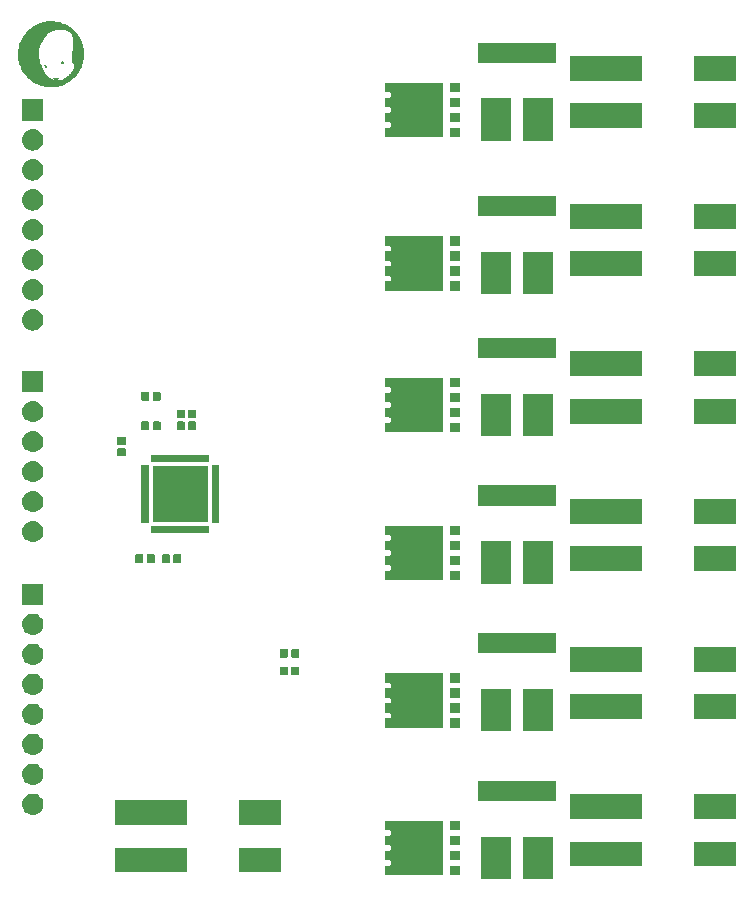
<source format=gbr>
G04 #@! TF.GenerationSoftware,KiCad,Pcbnew,5.1.3-ffb9f22~84~ubuntu18.04.1*
G04 #@! TF.CreationDate,2019-08-04T06:46:36-07:00*
G04 #@! TF.ProjectId,body_part_power,626f6479-5f70-4617-9274-5f706f776572,rev?*
G04 #@! TF.SameCoordinates,Original*
G04 #@! TF.FileFunction,Soldermask,Top*
G04 #@! TF.FilePolarity,Negative*
%FSLAX46Y46*%
G04 Gerber Fmt 4.6, Leading zero omitted, Abs format (unit mm)*
G04 Created by KiCad (PCBNEW 5.1.3-ffb9f22~84~ubuntu18.04.1) date 2019-08-04 06:46:36*
%MOMM*%
%LPD*%
G04 APERTURE LIST*
%ADD10C,0.060000*%
%ADD11C,0.010000*%
%ADD12C,0.100000*%
G04 APERTURE END LIST*
D10*
G36*
X155124692Y-42781830D02*
G01*
X155128884Y-42787238D01*
X155129842Y-42795434D01*
X155125424Y-42800854D01*
X155113375Y-42808710D01*
X155095655Y-42818093D01*
X155074225Y-42828090D01*
X155051046Y-42837791D01*
X155028078Y-42846284D01*
X155007282Y-42852659D01*
X155005917Y-42853013D01*
X154962856Y-42860486D01*
X154914361Y-42862860D01*
X154863785Y-42860138D01*
X154817500Y-42852965D01*
X154790200Y-42847186D01*
X154771309Y-42842973D01*
X154759286Y-42839840D01*
X154752588Y-42837302D01*
X154749673Y-42834876D01*
X154748999Y-42832076D01*
X154748997Y-42831433D01*
X154750026Y-42823727D01*
X154753898Y-42819084D01*
X154762140Y-42817369D01*
X154776276Y-42818449D01*
X154797832Y-42822190D01*
X154814960Y-42825657D01*
X154873922Y-42835109D01*
X154927388Y-42837441D01*
X154977312Y-42832442D01*
X155025646Y-42819901D01*
X155074342Y-42799609D01*
X155079221Y-42797188D01*
X155101207Y-42786758D01*
X155115915Y-42781654D01*
X155124692Y-42781830D01*
X155124692Y-42781830D01*
G37*
X155124692Y-42781830D02*
X155128884Y-42787238D01*
X155129842Y-42795434D01*
X155125424Y-42800854D01*
X155113375Y-42808710D01*
X155095655Y-42818093D01*
X155074225Y-42828090D01*
X155051046Y-42837791D01*
X155028078Y-42846284D01*
X155007282Y-42852659D01*
X155005917Y-42853013D01*
X154962856Y-42860486D01*
X154914361Y-42862860D01*
X154863785Y-42860138D01*
X154817500Y-42852965D01*
X154790200Y-42847186D01*
X154771309Y-42842973D01*
X154759286Y-42839840D01*
X154752588Y-42837302D01*
X154749673Y-42834876D01*
X154748999Y-42832076D01*
X154748997Y-42831433D01*
X154750026Y-42823727D01*
X154753898Y-42819084D01*
X154762140Y-42817369D01*
X154776276Y-42818449D01*
X154797832Y-42822190D01*
X154814960Y-42825657D01*
X154873922Y-42835109D01*
X154927388Y-42837441D01*
X154977312Y-42832442D01*
X155025646Y-42819901D01*
X155074342Y-42799609D01*
X155079221Y-42797188D01*
X155101207Y-42786758D01*
X155115915Y-42781654D01*
X155124692Y-42781830D01*
D11*
G36*
X154611411Y-37997658D02*
G01*
X154660303Y-37999034D01*
X154701791Y-38001227D01*
X154704248Y-38001404D01*
X154870730Y-38018617D01*
X155034856Y-38045619D01*
X155196263Y-38082236D01*
X155354589Y-38128297D01*
X155509470Y-38183628D01*
X155660545Y-38248056D01*
X155807451Y-38321410D01*
X155949824Y-38403515D01*
X156087304Y-38494199D01*
X156219526Y-38593290D01*
X156346128Y-38700614D01*
X156466748Y-38815999D01*
X156511488Y-38862506D01*
X156622388Y-38987802D01*
X156724852Y-39118680D01*
X156818766Y-39254894D01*
X156904014Y-39396197D01*
X156980485Y-39542344D01*
X157048064Y-39693091D01*
X157106637Y-39848190D01*
X157156090Y-40007396D01*
X157196310Y-40170465D01*
X157227184Y-40337149D01*
X157241027Y-40437580D01*
X157243688Y-40465614D01*
X157246056Y-40502158D01*
X157248107Y-40545565D01*
X157249818Y-40594188D01*
X157251168Y-40646379D01*
X157252131Y-40700493D01*
X157252687Y-40754881D01*
X157252810Y-40807898D01*
X157252479Y-40857897D01*
X157251671Y-40903229D01*
X157250362Y-40942250D01*
X157248529Y-40973311D01*
X157248521Y-40973409D01*
X157230425Y-41137738D01*
X157202523Y-41299947D01*
X157165024Y-41459636D01*
X157118137Y-41616405D01*
X157062068Y-41769853D01*
X156997026Y-41919580D01*
X156923220Y-42065186D01*
X156840858Y-42206271D01*
X156750147Y-42342433D01*
X156651295Y-42473273D01*
X156544512Y-42598391D01*
X156430005Y-42717385D01*
X156307982Y-42829856D01*
X156263827Y-42867365D01*
X156132339Y-42970164D01*
X155995556Y-43064370D01*
X155853820Y-43149844D01*
X155707475Y-43226444D01*
X155556863Y-43294030D01*
X155402328Y-43352462D01*
X155244213Y-43401599D01*
X155082861Y-43441300D01*
X154918615Y-43471425D01*
X154751818Y-43491834D01*
X154736220Y-43493230D01*
X154704605Y-43495421D01*
X154665273Y-43497283D01*
X154620337Y-43498791D01*
X154571909Y-43499916D01*
X154522102Y-43500634D01*
X154473029Y-43500917D01*
X154426802Y-43500740D01*
X154385534Y-43500076D01*
X154351338Y-43498899D01*
X154338694Y-43498187D01*
X154169062Y-43482042D01*
X154002378Y-43456308D01*
X153838908Y-43421099D01*
X153678916Y-43376529D01*
X153522667Y-43322712D01*
X153370427Y-43259763D01*
X153222461Y-43187796D01*
X153079033Y-43106925D01*
X152940408Y-43017265D01*
X152806852Y-42918929D01*
X152678630Y-42812031D01*
X152617269Y-42756036D01*
X152498879Y-42637867D01*
X152388479Y-42513571D01*
X152286241Y-42383510D01*
X152192338Y-42248048D01*
X152106943Y-42107546D01*
X152030229Y-41962369D01*
X151962370Y-41812880D01*
X151903537Y-41659441D01*
X151853904Y-41502416D01*
X151813644Y-41342168D01*
X151782930Y-41179060D01*
X151761935Y-41013454D01*
X151756484Y-40949168D01*
X151754235Y-40908243D01*
X151752806Y-40859784D01*
X151752158Y-40805741D01*
X151752254Y-40748065D01*
X151752845Y-40704280D01*
X153435866Y-40704280D01*
X153436087Y-40764867D01*
X153436800Y-40817255D01*
X153438154Y-40863398D01*
X153440296Y-40905249D01*
X153443376Y-40944763D01*
X153447541Y-40983895D01*
X153452939Y-41024598D01*
X153459719Y-41068827D01*
X153466683Y-41110680D01*
X153491321Y-41235767D01*
X153523172Y-41365784D01*
X153561644Y-41499155D01*
X153606146Y-41634306D01*
X153656085Y-41769660D01*
X153710869Y-41903644D01*
X153769907Y-42034683D01*
X153832605Y-42161201D01*
X153898373Y-42281623D01*
X153922138Y-42322260D01*
X153947850Y-42364150D01*
X153972392Y-42401070D01*
X153997458Y-42435163D01*
X154024739Y-42468577D01*
X154055927Y-42503455D01*
X154092714Y-42541944D01*
X154106237Y-42555668D01*
X154174539Y-42622063D01*
X154240032Y-42680339D01*
X154304180Y-42731594D01*
X154368445Y-42776927D01*
X154434292Y-42817436D01*
X154503183Y-42854220D01*
X154505625Y-42855432D01*
X154572865Y-42886631D01*
X154640523Y-42913591D01*
X154709818Y-42936574D01*
X154781972Y-42955841D01*
X154858208Y-42971653D01*
X154939746Y-42984271D01*
X155027807Y-42993955D01*
X155123614Y-43000968D01*
X155204301Y-43004743D01*
X155218468Y-43004065D01*
X155239174Y-43001605D01*
X155263042Y-42997805D01*
X155276346Y-42995295D01*
X155382126Y-42968969D01*
X155486227Y-42932724D01*
X155588740Y-42886520D01*
X155689759Y-42830316D01*
X155768715Y-42778715D01*
X155804948Y-42752443D01*
X155845856Y-42721048D01*
X155890005Y-42685764D01*
X155935964Y-42647826D01*
X155982299Y-42608467D01*
X156027577Y-42568921D01*
X156070365Y-42530423D01*
X156109230Y-42494207D01*
X156142740Y-42461506D01*
X156169357Y-42433669D01*
X156219078Y-42376571D01*
X156268026Y-42315833D01*
X156315342Y-42252772D01*
X156360168Y-42188702D01*
X156401646Y-42124939D01*
X156438916Y-42062800D01*
X156471120Y-42003600D01*
X156497399Y-41948654D01*
X156515547Y-41903160D01*
X156527166Y-41866683D01*
X156533669Y-41836920D01*
X156535291Y-41811946D01*
X156532266Y-41789838D01*
X156530229Y-41782655D01*
X156521899Y-41749183D01*
X156515174Y-41705850D01*
X156510045Y-41652582D01*
X156508557Y-41630480D01*
X156506914Y-41607285D01*
X156505091Y-41587827D01*
X156503327Y-41574354D01*
X156502048Y-41569279D01*
X156495985Y-41565091D01*
X156483461Y-41558816D01*
X156471213Y-41553494D01*
X156435191Y-41535805D01*
X156405050Y-41514111D01*
X156380055Y-41487333D01*
X156359472Y-41454396D01*
X156342567Y-41414221D01*
X156328606Y-41365733D01*
X156321731Y-41334200D01*
X156313109Y-41279984D01*
X156306872Y-41217299D01*
X156303003Y-41147547D01*
X156301488Y-41072131D01*
X156302310Y-40992453D01*
X156305454Y-40909917D01*
X156310904Y-40825924D01*
X156318644Y-40741878D01*
X156328658Y-40659181D01*
X156329391Y-40653857D01*
X156337683Y-40602621D01*
X156348851Y-40548523D01*
X156363299Y-40489881D01*
X156381436Y-40425012D01*
X156397507Y-40371894D01*
X156408001Y-40336596D01*
X156414749Y-40310223D01*
X156417856Y-40292298D01*
X156417630Y-40282994D01*
X156416992Y-40275817D01*
X156416273Y-40259339D01*
X156415490Y-40234422D01*
X156414662Y-40201926D01*
X156413807Y-40162708D01*
X156412943Y-40117631D01*
X156412087Y-40067553D01*
X156411258Y-40013335D01*
X156410474Y-39955836D01*
X156410024Y-39919420D01*
X156409099Y-39844866D01*
X156408178Y-39779436D01*
X156407209Y-39722094D01*
X156406143Y-39671802D01*
X156404928Y-39627525D01*
X156403514Y-39588228D01*
X156401851Y-39552872D01*
X156399886Y-39520422D01*
X156397570Y-39489843D01*
X156394853Y-39460097D01*
X156391682Y-39430148D01*
X156388009Y-39398961D01*
X156383781Y-39365498D01*
X156382415Y-39354995D01*
X156373450Y-39292533D01*
X156362637Y-39227182D01*
X156350663Y-39162772D01*
X156338216Y-39103131D01*
X156333201Y-39081220D01*
X156327194Y-39055740D01*
X156321859Y-39033078D01*
X156317719Y-39015465D01*
X156315300Y-39005135D01*
X156315099Y-39004273D01*
X156309514Y-38994596D01*
X156296770Y-38980140D01*
X156278059Y-38961912D01*
X156254573Y-38940920D01*
X156227505Y-38918170D01*
X156198047Y-38894671D01*
X156167391Y-38871430D01*
X156136729Y-38849454D01*
X156112900Y-38833398D01*
X156019663Y-38778561D01*
X155920366Y-38731665D01*
X155814885Y-38692665D01*
X155703099Y-38661515D01*
X155584885Y-38638173D01*
X155574420Y-38636529D01*
X155529797Y-38630994D01*
X155477546Y-38626733D01*
X155420123Y-38623789D01*
X155359984Y-38622208D01*
X155299587Y-38622036D01*
X155241389Y-38623316D01*
X155187846Y-38626094D01*
X155155320Y-38628864D01*
X155018305Y-38646876D01*
X154886889Y-38672248D01*
X154761374Y-38704863D01*
X154642065Y-38744607D01*
X154529262Y-38791362D01*
X154423270Y-38845014D01*
X154324391Y-38905447D01*
X154232928Y-38972544D01*
X154212307Y-38989465D01*
X154179118Y-39018484D01*
X154146726Y-39049428D01*
X154113635Y-39083870D01*
X154078349Y-39123378D01*
X154039372Y-39169524D01*
X154030517Y-39180280D01*
X153926906Y-39312732D01*
X153833379Y-39445187D01*
X153749858Y-39577797D01*
X153676268Y-39710716D01*
X153612533Y-39844098D01*
X153558577Y-39978098D01*
X153514324Y-40112867D01*
X153479697Y-40248561D01*
X153464339Y-40325820D01*
X153456862Y-40368964D01*
X153450787Y-40407561D01*
X153445975Y-40443452D01*
X153442287Y-40478477D01*
X153439585Y-40514477D01*
X153437730Y-40553291D01*
X153436585Y-40596762D01*
X153436009Y-40646729D01*
X153435866Y-40704280D01*
X151752845Y-40704280D01*
X151753056Y-40688704D01*
X151754526Y-40629611D01*
X151756624Y-40572735D01*
X151759314Y-40520027D01*
X151762556Y-40473437D01*
X151766314Y-40434915D01*
X151766582Y-40432680D01*
X151792056Y-40263148D01*
X151826728Y-40097926D01*
X151870629Y-39936938D01*
X151923792Y-39780112D01*
X151986249Y-39627374D01*
X152058030Y-39478650D01*
X152139169Y-39333866D01*
X152229697Y-39192948D01*
X152329646Y-39055822D01*
X152397157Y-38971718D01*
X152422254Y-38942734D01*
X152453460Y-38908564D01*
X152489254Y-38870728D01*
X152528116Y-38830747D01*
X152568523Y-38790143D01*
X152608955Y-38750438D01*
X152647890Y-38713151D01*
X152683808Y-38679805D01*
X152715186Y-38651920D01*
X152726798Y-38642077D01*
X152843126Y-38549763D01*
X152960135Y-38466075D01*
X153079986Y-38389586D01*
X153204836Y-38318870D01*
X153257940Y-38291230D01*
X153403201Y-38222517D01*
X153550453Y-38163076D01*
X153700545Y-38112650D01*
X153854324Y-38070984D01*
X154012640Y-38037823D01*
X154176342Y-38012911D01*
X154187760Y-38011502D01*
X154225674Y-38007711D01*
X154271787Y-38004433D01*
X154324148Y-38001705D01*
X154380806Y-37999566D01*
X154439812Y-37998054D01*
X154499215Y-37997206D01*
X154557065Y-37997062D01*
X154611411Y-37997658D01*
X154611411Y-37997658D01*
G37*
X154611411Y-37997658D02*
X154660303Y-37999034D01*
X154701791Y-38001227D01*
X154704248Y-38001404D01*
X154870730Y-38018617D01*
X155034856Y-38045619D01*
X155196263Y-38082236D01*
X155354589Y-38128297D01*
X155509470Y-38183628D01*
X155660545Y-38248056D01*
X155807451Y-38321410D01*
X155949824Y-38403515D01*
X156087304Y-38494199D01*
X156219526Y-38593290D01*
X156346128Y-38700614D01*
X156466748Y-38815999D01*
X156511488Y-38862506D01*
X156622388Y-38987802D01*
X156724852Y-39118680D01*
X156818766Y-39254894D01*
X156904014Y-39396197D01*
X156980485Y-39542344D01*
X157048064Y-39693091D01*
X157106637Y-39848190D01*
X157156090Y-40007396D01*
X157196310Y-40170465D01*
X157227184Y-40337149D01*
X157241027Y-40437580D01*
X157243688Y-40465614D01*
X157246056Y-40502158D01*
X157248107Y-40545565D01*
X157249818Y-40594188D01*
X157251168Y-40646379D01*
X157252131Y-40700493D01*
X157252687Y-40754881D01*
X157252810Y-40807898D01*
X157252479Y-40857897D01*
X157251671Y-40903229D01*
X157250362Y-40942250D01*
X157248529Y-40973311D01*
X157248521Y-40973409D01*
X157230425Y-41137738D01*
X157202523Y-41299947D01*
X157165024Y-41459636D01*
X157118137Y-41616405D01*
X157062068Y-41769853D01*
X156997026Y-41919580D01*
X156923220Y-42065186D01*
X156840858Y-42206271D01*
X156750147Y-42342433D01*
X156651295Y-42473273D01*
X156544512Y-42598391D01*
X156430005Y-42717385D01*
X156307982Y-42829856D01*
X156263827Y-42867365D01*
X156132339Y-42970164D01*
X155995556Y-43064370D01*
X155853820Y-43149844D01*
X155707475Y-43226444D01*
X155556863Y-43294030D01*
X155402328Y-43352462D01*
X155244213Y-43401599D01*
X155082861Y-43441300D01*
X154918615Y-43471425D01*
X154751818Y-43491834D01*
X154736220Y-43493230D01*
X154704605Y-43495421D01*
X154665273Y-43497283D01*
X154620337Y-43498791D01*
X154571909Y-43499916D01*
X154522102Y-43500634D01*
X154473029Y-43500917D01*
X154426802Y-43500740D01*
X154385534Y-43500076D01*
X154351338Y-43498899D01*
X154338694Y-43498187D01*
X154169062Y-43482042D01*
X154002378Y-43456308D01*
X153838908Y-43421099D01*
X153678916Y-43376529D01*
X153522667Y-43322712D01*
X153370427Y-43259763D01*
X153222461Y-43187796D01*
X153079033Y-43106925D01*
X152940408Y-43017265D01*
X152806852Y-42918929D01*
X152678630Y-42812031D01*
X152617269Y-42756036D01*
X152498879Y-42637867D01*
X152388479Y-42513571D01*
X152286241Y-42383510D01*
X152192338Y-42248048D01*
X152106943Y-42107546D01*
X152030229Y-41962369D01*
X151962370Y-41812880D01*
X151903537Y-41659441D01*
X151853904Y-41502416D01*
X151813644Y-41342168D01*
X151782930Y-41179060D01*
X151761935Y-41013454D01*
X151756484Y-40949168D01*
X151754235Y-40908243D01*
X151752806Y-40859784D01*
X151752158Y-40805741D01*
X151752254Y-40748065D01*
X151752845Y-40704280D01*
X153435866Y-40704280D01*
X153436087Y-40764867D01*
X153436800Y-40817255D01*
X153438154Y-40863398D01*
X153440296Y-40905249D01*
X153443376Y-40944763D01*
X153447541Y-40983895D01*
X153452939Y-41024598D01*
X153459719Y-41068827D01*
X153466683Y-41110680D01*
X153491321Y-41235767D01*
X153523172Y-41365784D01*
X153561644Y-41499155D01*
X153606146Y-41634306D01*
X153656085Y-41769660D01*
X153710869Y-41903644D01*
X153769907Y-42034683D01*
X153832605Y-42161201D01*
X153898373Y-42281623D01*
X153922138Y-42322260D01*
X153947850Y-42364150D01*
X153972392Y-42401070D01*
X153997458Y-42435163D01*
X154024739Y-42468577D01*
X154055927Y-42503455D01*
X154092714Y-42541944D01*
X154106237Y-42555668D01*
X154174539Y-42622063D01*
X154240032Y-42680339D01*
X154304180Y-42731594D01*
X154368445Y-42776927D01*
X154434292Y-42817436D01*
X154503183Y-42854220D01*
X154505625Y-42855432D01*
X154572865Y-42886631D01*
X154640523Y-42913591D01*
X154709818Y-42936574D01*
X154781972Y-42955841D01*
X154858208Y-42971653D01*
X154939746Y-42984271D01*
X155027807Y-42993955D01*
X155123614Y-43000968D01*
X155204301Y-43004743D01*
X155218468Y-43004065D01*
X155239174Y-43001605D01*
X155263042Y-42997805D01*
X155276346Y-42995295D01*
X155382126Y-42968969D01*
X155486227Y-42932724D01*
X155588740Y-42886520D01*
X155689759Y-42830316D01*
X155768715Y-42778715D01*
X155804948Y-42752443D01*
X155845856Y-42721048D01*
X155890005Y-42685764D01*
X155935964Y-42647826D01*
X155982299Y-42608467D01*
X156027577Y-42568921D01*
X156070365Y-42530423D01*
X156109230Y-42494207D01*
X156142740Y-42461506D01*
X156169357Y-42433669D01*
X156219078Y-42376571D01*
X156268026Y-42315833D01*
X156315342Y-42252772D01*
X156360168Y-42188702D01*
X156401646Y-42124939D01*
X156438916Y-42062800D01*
X156471120Y-42003600D01*
X156497399Y-41948654D01*
X156515547Y-41903160D01*
X156527166Y-41866683D01*
X156533669Y-41836920D01*
X156535291Y-41811946D01*
X156532266Y-41789838D01*
X156530229Y-41782655D01*
X156521899Y-41749183D01*
X156515174Y-41705850D01*
X156510045Y-41652582D01*
X156508557Y-41630480D01*
X156506914Y-41607285D01*
X156505091Y-41587827D01*
X156503327Y-41574354D01*
X156502048Y-41569279D01*
X156495985Y-41565091D01*
X156483461Y-41558816D01*
X156471213Y-41553494D01*
X156435191Y-41535805D01*
X156405050Y-41514111D01*
X156380055Y-41487333D01*
X156359472Y-41454396D01*
X156342567Y-41414221D01*
X156328606Y-41365733D01*
X156321731Y-41334200D01*
X156313109Y-41279984D01*
X156306872Y-41217299D01*
X156303003Y-41147547D01*
X156301488Y-41072131D01*
X156302310Y-40992453D01*
X156305454Y-40909917D01*
X156310904Y-40825924D01*
X156318644Y-40741878D01*
X156328658Y-40659181D01*
X156329391Y-40653857D01*
X156337683Y-40602621D01*
X156348851Y-40548523D01*
X156363299Y-40489881D01*
X156381436Y-40425012D01*
X156397507Y-40371894D01*
X156408001Y-40336596D01*
X156414749Y-40310223D01*
X156417856Y-40292298D01*
X156417630Y-40282994D01*
X156416992Y-40275817D01*
X156416273Y-40259339D01*
X156415490Y-40234422D01*
X156414662Y-40201926D01*
X156413807Y-40162708D01*
X156412943Y-40117631D01*
X156412087Y-40067553D01*
X156411258Y-40013335D01*
X156410474Y-39955836D01*
X156410024Y-39919420D01*
X156409099Y-39844866D01*
X156408178Y-39779436D01*
X156407209Y-39722094D01*
X156406143Y-39671802D01*
X156404928Y-39627525D01*
X156403514Y-39588228D01*
X156401851Y-39552872D01*
X156399886Y-39520422D01*
X156397570Y-39489843D01*
X156394853Y-39460097D01*
X156391682Y-39430148D01*
X156388009Y-39398961D01*
X156383781Y-39365498D01*
X156382415Y-39354995D01*
X156373450Y-39292533D01*
X156362637Y-39227182D01*
X156350663Y-39162772D01*
X156338216Y-39103131D01*
X156333201Y-39081220D01*
X156327194Y-39055740D01*
X156321859Y-39033078D01*
X156317719Y-39015465D01*
X156315300Y-39005135D01*
X156315099Y-39004273D01*
X156309514Y-38994596D01*
X156296770Y-38980140D01*
X156278059Y-38961912D01*
X156254573Y-38940920D01*
X156227505Y-38918170D01*
X156198047Y-38894671D01*
X156167391Y-38871430D01*
X156136729Y-38849454D01*
X156112900Y-38833398D01*
X156019663Y-38778561D01*
X155920366Y-38731665D01*
X155814885Y-38692665D01*
X155703099Y-38661515D01*
X155584885Y-38638173D01*
X155574420Y-38636529D01*
X155529797Y-38630994D01*
X155477546Y-38626733D01*
X155420123Y-38623789D01*
X155359984Y-38622208D01*
X155299587Y-38622036D01*
X155241389Y-38623316D01*
X155187846Y-38626094D01*
X155155320Y-38628864D01*
X155018305Y-38646876D01*
X154886889Y-38672248D01*
X154761374Y-38704863D01*
X154642065Y-38744607D01*
X154529262Y-38791362D01*
X154423270Y-38845014D01*
X154324391Y-38905447D01*
X154232928Y-38972544D01*
X154212307Y-38989465D01*
X154179118Y-39018484D01*
X154146726Y-39049428D01*
X154113635Y-39083870D01*
X154078349Y-39123378D01*
X154039372Y-39169524D01*
X154030517Y-39180280D01*
X153926906Y-39312732D01*
X153833379Y-39445187D01*
X153749858Y-39577797D01*
X153676268Y-39710716D01*
X153612533Y-39844098D01*
X153558577Y-39978098D01*
X153514324Y-40112867D01*
X153479697Y-40248561D01*
X153464339Y-40325820D01*
X153456862Y-40368964D01*
X153450787Y-40407561D01*
X153445975Y-40443452D01*
X153442287Y-40478477D01*
X153439585Y-40514477D01*
X153437730Y-40553291D01*
X153436585Y-40596762D01*
X153436009Y-40646729D01*
X153435866Y-40704280D01*
X151752845Y-40704280D01*
X151753056Y-40688704D01*
X151754526Y-40629611D01*
X151756624Y-40572735D01*
X151759314Y-40520027D01*
X151762556Y-40473437D01*
X151766314Y-40434915D01*
X151766582Y-40432680D01*
X151792056Y-40263148D01*
X151826728Y-40097926D01*
X151870629Y-39936938D01*
X151923792Y-39780112D01*
X151986249Y-39627374D01*
X152058030Y-39478650D01*
X152139169Y-39333866D01*
X152229697Y-39192948D01*
X152329646Y-39055822D01*
X152397157Y-38971718D01*
X152422254Y-38942734D01*
X152453460Y-38908564D01*
X152489254Y-38870728D01*
X152528116Y-38830747D01*
X152568523Y-38790143D01*
X152608955Y-38750438D01*
X152647890Y-38713151D01*
X152683808Y-38679805D01*
X152715186Y-38651920D01*
X152726798Y-38642077D01*
X152843126Y-38549763D01*
X152960135Y-38466075D01*
X153079986Y-38389586D01*
X153204836Y-38318870D01*
X153257940Y-38291230D01*
X153403201Y-38222517D01*
X153550453Y-38163076D01*
X153700545Y-38112650D01*
X153854324Y-38070984D01*
X154012640Y-38037823D01*
X154176342Y-38012911D01*
X154187760Y-38011502D01*
X154225674Y-38007711D01*
X154271787Y-38004433D01*
X154324148Y-38001705D01*
X154380806Y-37999566D01*
X154439812Y-37998054D01*
X154499215Y-37997206D01*
X154557065Y-37997062D01*
X154611411Y-37997658D01*
G36*
X154024466Y-41679926D02*
G01*
X154039554Y-41691333D01*
X154041789Y-41693610D01*
X154057997Y-41714076D01*
X154071303Y-41737188D01*
X154081395Y-41761348D01*
X154087961Y-41784960D01*
X154090691Y-41806426D01*
X154089274Y-41824150D01*
X154083397Y-41836535D01*
X154072750Y-41841983D01*
X154070740Y-41842103D01*
X154063319Y-41839690D01*
X154051818Y-41833702D01*
X154050097Y-41832671D01*
X154033099Y-41817908D01*
X154017367Y-41796401D01*
X154003917Y-41770683D01*
X153993764Y-41743289D01*
X153987921Y-41716754D01*
X153987405Y-41693613D01*
X153990003Y-41682595D01*
X153997422Y-41675074D01*
X154009666Y-41674345D01*
X154024466Y-41679926D01*
X154024466Y-41679926D01*
G37*
X154024466Y-41679926D02*
X154039554Y-41691333D01*
X154041789Y-41693610D01*
X154057997Y-41714076D01*
X154071303Y-41737188D01*
X154081395Y-41761348D01*
X154087961Y-41784960D01*
X154090691Y-41806426D01*
X154089274Y-41824150D01*
X154083397Y-41836535D01*
X154072750Y-41841983D01*
X154070740Y-41842103D01*
X154063319Y-41839690D01*
X154051818Y-41833702D01*
X154050097Y-41832671D01*
X154033099Y-41817908D01*
X154017367Y-41796401D01*
X154003917Y-41770683D01*
X153993764Y-41743289D01*
X153987921Y-41716754D01*
X153987405Y-41693613D01*
X153990003Y-41682595D01*
X153997422Y-41675074D01*
X154009666Y-41674345D01*
X154024466Y-41679926D01*
G36*
X155463667Y-41401102D02*
G01*
X155476744Y-41404493D01*
X155488048Y-41411622D01*
X155490392Y-41413545D01*
X155509692Y-41435382D01*
X155519619Y-41459859D01*
X155519926Y-41485768D01*
X155510441Y-41511765D01*
X155496012Y-41530859D01*
X155477537Y-41542325D01*
X155453024Y-41547210D01*
X155442228Y-41547560D01*
X155424829Y-41546947D01*
X155413155Y-41543934D01*
X155402794Y-41536758D01*
X155393903Y-41528259D01*
X155377278Y-41505369D01*
X155369936Y-41480434D01*
X155371832Y-41455206D01*
X155382919Y-41431436D01*
X155396859Y-41415951D01*
X155408713Y-41406754D01*
X155420030Y-41402033D01*
X155435130Y-41400369D01*
X155444667Y-41400240D01*
X155463667Y-41401102D01*
X155463667Y-41401102D01*
G37*
X155463667Y-41401102D02*
X155476744Y-41404493D01*
X155488048Y-41411622D01*
X155490392Y-41413545D01*
X155509692Y-41435382D01*
X155519619Y-41459859D01*
X155519926Y-41485768D01*
X155510441Y-41511765D01*
X155496012Y-41530859D01*
X155477537Y-41542325D01*
X155453024Y-41547210D01*
X155442228Y-41547560D01*
X155424829Y-41546947D01*
X155413155Y-41543934D01*
X155402794Y-41536758D01*
X155393903Y-41528259D01*
X155377278Y-41505369D01*
X155369936Y-41480434D01*
X155371832Y-41455206D01*
X155382919Y-41431436D01*
X155396859Y-41415951D01*
X155408713Y-41406754D01*
X155420030Y-41402033D01*
X155435130Y-41400369D01*
X155444667Y-41400240D01*
X155463667Y-41401102D01*
D12*
G36*
X197026000Y-110611000D02*
G01*
X194524000Y-110611000D01*
X194524000Y-107029000D01*
X197026000Y-107029000D01*
X197026000Y-110611000D01*
X197026000Y-110611000D01*
G37*
G36*
X193476000Y-110611000D02*
G01*
X190974000Y-110611000D01*
X190974000Y-107029000D01*
X193476000Y-107029000D01*
X193476000Y-110611000D01*
X193476000Y-110611000D01*
G37*
G36*
X189201000Y-110311000D02*
G01*
X188299000Y-110311000D01*
X188299000Y-109509000D01*
X189201000Y-109509000D01*
X189201000Y-110311000D01*
X189201000Y-110311000D01*
G37*
G36*
X183778164Y-105689485D02*
G01*
X183801613Y-105696598D01*
X183825999Y-105699000D01*
X187696000Y-105699000D01*
X187696000Y-110301000D01*
X183825999Y-110301000D01*
X183801613Y-110303402D01*
X183778164Y-110310515D01*
X183777257Y-110311000D01*
X182799000Y-110311000D01*
X182799000Y-109509000D01*
X183179001Y-109509000D01*
X183203387Y-109506598D01*
X183226836Y-109499485D01*
X183248447Y-109487934D01*
X183267389Y-109472389D01*
X183282934Y-109453447D01*
X183294485Y-109431836D01*
X183301598Y-109408387D01*
X183304000Y-109384001D01*
X183304000Y-109165999D01*
X183301598Y-109141613D01*
X183294485Y-109118164D01*
X183282934Y-109096553D01*
X183267389Y-109077611D01*
X183248447Y-109062066D01*
X183226836Y-109050515D01*
X183203387Y-109043402D01*
X183179001Y-109041000D01*
X182799000Y-109041000D01*
X182799000Y-108239000D01*
X183179001Y-108239000D01*
X183203387Y-108236598D01*
X183226836Y-108229485D01*
X183248447Y-108217934D01*
X183267389Y-108202389D01*
X183282934Y-108183447D01*
X183294485Y-108161836D01*
X183301598Y-108138387D01*
X183304000Y-108114001D01*
X183304000Y-107885999D01*
X183301598Y-107861613D01*
X183294485Y-107838164D01*
X183282934Y-107816553D01*
X183267389Y-107797611D01*
X183248447Y-107782066D01*
X183226836Y-107770515D01*
X183203387Y-107763402D01*
X183179001Y-107761000D01*
X182799000Y-107761000D01*
X182799000Y-106959000D01*
X183179001Y-106959000D01*
X183203387Y-106956598D01*
X183226836Y-106949485D01*
X183248447Y-106937934D01*
X183267389Y-106922389D01*
X183282934Y-106903447D01*
X183294485Y-106881836D01*
X183301598Y-106858387D01*
X183304000Y-106834001D01*
X183304000Y-106615999D01*
X183301598Y-106591613D01*
X183294485Y-106568164D01*
X183282934Y-106546553D01*
X183267389Y-106527611D01*
X183248447Y-106512066D01*
X183226836Y-106500515D01*
X183203387Y-106493402D01*
X183179001Y-106491000D01*
X182799000Y-106491000D01*
X182799000Y-105689000D01*
X183777257Y-105689000D01*
X183778164Y-105689485D01*
X183778164Y-105689485D01*
G37*
G36*
X166051000Y-110051000D02*
G01*
X159949000Y-110051000D01*
X159949000Y-107949000D01*
X166051000Y-107949000D01*
X166051000Y-110051000D01*
X166051000Y-110051000D01*
G37*
G36*
X174051000Y-110051000D02*
G01*
X170449000Y-110051000D01*
X170449000Y-107949000D01*
X174051000Y-107949000D01*
X174051000Y-110051000D01*
X174051000Y-110051000D01*
G37*
G36*
X204551000Y-109551000D02*
G01*
X198449000Y-109551000D01*
X198449000Y-107449000D01*
X204551000Y-107449000D01*
X204551000Y-109551000D01*
X204551000Y-109551000D01*
G37*
G36*
X212551000Y-109551000D02*
G01*
X208949000Y-109551000D01*
X208949000Y-107449000D01*
X212551000Y-107449000D01*
X212551000Y-109551000D01*
X212551000Y-109551000D01*
G37*
G36*
X189201000Y-109041000D02*
G01*
X188299000Y-109041000D01*
X188299000Y-108239000D01*
X189201000Y-108239000D01*
X189201000Y-109041000D01*
X189201000Y-109041000D01*
G37*
G36*
X189201000Y-107761000D02*
G01*
X188299000Y-107761000D01*
X188299000Y-106959000D01*
X189201000Y-106959000D01*
X189201000Y-107761000D01*
X189201000Y-107761000D01*
G37*
G36*
X189201000Y-106491000D02*
G01*
X188299000Y-106491000D01*
X188299000Y-105689000D01*
X189201000Y-105689000D01*
X189201000Y-106491000D01*
X189201000Y-106491000D01*
G37*
G36*
X174051000Y-106051000D02*
G01*
X170449000Y-106051000D01*
X170449000Y-103949000D01*
X174051000Y-103949000D01*
X174051000Y-106051000D01*
X174051000Y-106051000D01*
G37*
G36*
X166051000Y-106051000D02*
G01*
X159949000Y-106051000D01*
X159949000Y-103949000D01*
X166051000Y-103949000D01*
X166051000Y-106051000D01*
X166051000Y-106051000D01*
G37*
G36*
X212551000Y-105551000D02*
G01*
X208949000Y-105551000D01*
X208949000Y-103449000D01*
X212551000Y-103449000D01*
X212551000Y-105551000D01*
X212551000Y-105551000D01*
G37*
G36*
X204551000Y-105551000D02*
G01*
X198449000Y-105551000D01*
X198449000Y-103449000D01*
X204551000Y-103449000D01*
X204551000Y-105551000D01*
X204551000Y-105551000D01*
G37*
G36*
X153110443Y-103385519D02*
G01*
X153176627Y-103392037D01*
X153346466Y-103443557D01*
X153502991Y-103527222D01*
X153538729Y-103556552D01*
X153640186Y-103639814D01*
X153723448Y-103741271D01*
X153752778Y-103777009D01*
X153836443Y-103933534D01*
X153887963Y-104103373D01*
X153905359Y-104280000D01*
X153887963Y-104456627D01*
X153836443Y-104626466D01*
X153752778Y-104782991D01*
X153723448Y-104818729D01*
X153640186Y-104920186D01*
X153538729Y-105003448D01*
X153502991Y-105032778D01*
X153346466Y-105116443D01*
X153176627Y-105167963D01*
X153110442Y-105174482D01*
X153044260Y-105181000D01*
X152955740Y-105181000D01*
X152889558Y-105174482D01*
X152823373Y-105167963D01*
X152653534Y-105116443D01*
X152497009Y-105032778D01*
X152461271Y-105003448D01*
X152359814Y-104920186D01*
X152276552Y-104818729D01*
X152247222Y-104782991D01*
X152163557Y-104626466D01*
X152112037Y-104456627D01*
X152094641Y-104280000D01*
X152112037Y-104103373D01*
X152163557Y-103933534D01*
X152247222Y-103777009D01*
X152276552Y-103741271D01*
X152359814Y-103639814D01*
X152461271Y-103556552D01*
X152497009Y-103527222D01*
X152653534Y-103443557D01*
X152823373Y-103392037D01*
X152889557Y-103385519D01*
X152955740Y-103379000D01*
X153044260Y-103379000D01*
X153110443Y-103385519D01*
X153110443Y-103385519D01*
G37*
G36*
X197301000Y-104001000D02*
G01*
X190699000Y-104001000D01*
X190699000Y-102299000D01*
X197301000Y-102299000D01*
X197301000Y-104001000D01*
X197301000Y-104001000D01*
G37*
G36*
X153110442Y-100845518D02*
G01*
X153176627Y-100852037D01*
X153346466Y-100903557D01*
X153502991Y-100987222D01*
X153538729Y-101016552D01*
X153640186Y-101099814D01*
X153723448Y-101201271D01*
X153752778Y-101237009D01*
X153836443Y-101393534D01*
X153887963Y-101563373D01*
X153905359Y-101740000D01*
X153887963Y-101916627D01*
X153836443Y-102086466D01*
X153752778Y-102242991D01*
X153723448Y-102278729D01*
X153640186Y-102380186D01*
X153538729Y-102463448D01*
X153502991Y-102492778D01*
X153346466Y-102576443D01*
X153176627Y-102627963D01*
X153110443Y-102634481D01*
X153044260Y-102641000D01*
X152955740Y-102641000D01*
X152889557Y-102634481D01*
X152823373Y-102627963D01*
X152653534Y-102576443D01*
X152497009Y-102492778D01*
X152461271Y-102463448D01*
X152359814Y-102380186D01*
X152276552Y-102278729D01*
X152247222Y-102242991D01*
X152163557Y-102086466D01*
X152112037Y-101916627D01*
X152094641Y-101740000D01*
X152112037Y-101563373D01*
X152163557Y-101393534D01*
X152247222Y-101237009D01*
X152276552Y-101201271D01*
X152359814Y-101099814D01*
X152461271Y-101016552D01*
X152497009Y-100987222D01*
X152653534Y-100903557D01*
X152823373Y-100852037D01*
X152889557Y-100845519D01*
X152955740Y-100839000D01*
X153044260Y-100839000D01*
X153110442Y-100845518D01*
X153110442Y-100845518D01*
G37*
G36*
X153110442Y-98305518D02*
G01*
X153176627Y-98312037D01*
X153346466Y-98363557D01*
X153502991Y-98447222D01*
X153538729Y-98476552D01*
X153640186Y-98559814D01*
X153723448Y-98661271D01*
X153752778Y-98697009D01*
X153836443Y-98853534D01*
X153887963Y-99023373D01*
X153905359Y-99200000D01*
X153887963Y-99376627D01*
X153836443Y-99546466D01*
X153752778Y-99702991D01*
X153723448Y-99738729D01*
X153640186Y-99840186D01*
X153538729Y-99923448D01*
X153502991Y-99952778D01*
X153346466Y-100036443D01*
X153176627Y-100087963D01*
X153110442Y-100094482D01*
X153044260Y-100101000D01*
X152955740Y-100101000D01*
X152889558Y-100094482D01*
X152823373Y-100087963D01*
X152653534Y-100036443D01*
X152497009Y-99952778D01*
X152461271Y-99923448D01*
X152359814Y-99840186D01*
X152276552Y-99738729D01*
X152247222Y-99702991D01*
X152163557Y-99546466D01*
X152112037Y-99376627D01*
X152094641Y-99200000D01*
X152112037Y-99023373D01*
X152163557Y-98853534D01*
X152247222Y-98697009D01*
X152276552Y-98661271D01*
X152359814Y-98559814D01*
X152461271Y-98476552D01*
X152497009Y-98447222D01*
X152653534Y-98363557D01*
X152823373Y-98312037D01*
X152889558Y-98305518D01*
X152955740Y-98299000D01*
X153044260Y-98299000D01*
X153110442Y-98305518D01*
X153110442Y-98305518D01*
G37*
G36*
X197026000Y-98111000D02*
G01*
X194524000Y-98111000D01*
X194524000Y-94529000D01*
X197026000Y-94529000D01*
X197026000Y-98111000D01*
X197026000Y-98111000D01*
G37*
G36*
X193476000Y-98111000D02*
G01*
X190974000Y-98111000D01*
X190974000Y-94529000D01*
X193476000Y-94529000D01*
X193476000Y-98111000D01*
X193476000Y-98111000D01*
G37*
G36*
X189201000Y-97811000D02*
G01*
X188299000Y-97811000D01*
X188299000Y-97009000D01*
X189201000Y-97009000D01*
X189201000Y-97811000D01*
X189201000Y-97811000D01*
G37*
G36*
X183778164Y-93189485D02*
G01*
X183801613Y-93196598D01*
X183825999Y-93199000D01*
X187696000Y-93199000D01*
X187696000Y-97801000D01*
X183825999Y-97801000D01*
X183801613Y-97803402D01*
X183778164Y-97810515D01*
X183777257Y-97811000D01*
X182799000Y-97811000D01*
X182799000Y-97009000D01*
X183179001Y-97009000D01*
X183203387Y-97006598D01*
X183226836Y-96999485D01*
X183248447Y-96987934D01*
X183267389Y-96972389D01*
X183282934Y-96953447D01*
X183294485Y-96931836D01*
X183301598Y-96908387D01*
X183304000Y-96884001D01*
X183304000Y-96665999D01*
X183301598Y-96641613D01*
X183294485Y-96618164D01*
X183282934Y-96596553D01*
X183267389Y-96577611D01*
X183248447Y-96562066D01*
X183226836Y-96550515D01*
X183203387Y-96543402D01*
X183179001Y-96541000D01*
X182799000Y-96541000D01*
X182799000Y-95739000D01*
X183179001Y-95739000D01*
X183203387Y-95736598D01*
X183226836Y-95729485D01*
X183248447Y-95717934D01*
X183267389Y-95702389D01*
X183282934Y-95683447D01*
X183294485Y-95661836D01*
X183301598Y-95638387D01*
X183304000Y-95614001D01*
X183304000Y-95385999D01*
X183301598Y-95361613D01*
X183294485Y-95338164D01*
X183282934Y-95316553D01*
X183267389Y-95297611D01*
X183248447Y-95282066D01*
X183226836Y-95270515D01*
X183203387Y-95263402D01*
X183179001Y-95261000D01*
X182799000Y-95261000D01*
X182799000Y-94459000D01*
X183179001Y-94459000D01*
X183203387Y-94456598D01*
X183226836Y-94449485D01*
X183248447Y-94437934D01*
X183267389Y-94422389D01*
X183282934Y-94403447D01*
X183294485Y-94381836D01*
X183301598Y-94358387D01*
X183304000Y-94334001D01*
X183304000Y-94115999D01*
X183301598Y-94091613D01*
X183294485Y-94068164D01*
X183282934Y-94046553D01*
X183267389Y-94027611D01*
X183248447Y-94012066D01*
X183226836Y-94000515D01*
X183203387Y-93993402D01*
X183179001Y-93991000D01*
X182799000Y-93991000D01*
X182799000Y-93189000D01*
X183777257Y-93189000D01*
X183778164Y-93189485D01*
X183778164Y-93189485D01*
G37*
G36*
X153095025Y-95764000D02*
G01*
X153176627Y-95772037D01*
X153346466Y-95823557D01*
X153502991Y-95907222D01*
X153538729Y-95936552D01*
X153640186Y-96019814D01*
X153723448Y-96121271D01*
X153752778Y-96157009D01*
X153836443Y-96313534D01*
X153887963Y-96483373D01*
X153905359Y-96660000D01*
X153887963Y-96836627D01*
X153836443Y-97006466D01*
X153836442Y-97006468D01*
X153835089Y-97009000D01*
X153752778Y-97162991D01*
X153723448Y-97198729D01*
X153640186Y-97300186D01*
X153538729Y-97383448D01*
X153502991Y-97412778D01*
X153346466Y-97496443D01*
X153176627Y-97547963D01*
X153110443Y-97554481D01*
X153044260Y-97561000D01*
X152955740Y-97561000D01*
X152889557Y-97554481D01*
X152823373Y-97547963D01*
X152653534Y-97496443D01*
X152497009Y-97412778D01*
X152461271Y-97383448D01*
X152359814Y-97300186D01*
X152276552Y-97198729D01*
X152247222Y-97162991D01*
X152164911Y-97009000D01*
X152163558Y-97006468D01*
X152163557Y-97006466D01*
X152112037Y-96836627D01*
X152094641Y-96660000D01*
X152112037Y-96483373D01*
X152163557Y-96313534D01*
X152247222Y-96157009D01*
X152276552Y-96121271D01*
X152359814Y-96019814D01*
X152461271Y-95936552D01*
X152497009Y-95907222D01*
X152653534Y-95823557D01*
X152823373Y-95772037D01*
X152904975Y-95764000D01*
X152955740Y-95759000D01*
X153044260Y-95759000D01*
X153095025Y-95764000D01*
X153095025Y-95764000D01*
G37*
G36*
X204551000Y-97051000D02*
G01*
X198449000Y-97051000D01*
X198449000Y-94949000D01*
X204551000Y-94949000D01*
X204551000Y-97051000D01*
X204551000Y-97051000D01*
G37*
G36*
X212551000Y-97051000D02*
G01*
X208949000Y-97051000D01*
X208949000Y-94949000D01*
X212551000Y-94949000D01*
X212551000Y-97051000D01*
X212551000Y-97051000D01*
G37*
G36*
X189201000Y-96541000D02*
G01*
X188299000Y-96541000D01*
X188299000Y-95739000D01*
X189201000Y-95739000D01*
X189201000Y-96541000D01*
X189201000Y-96541000D01*
G37*
G36*
X189201000Y-95261000D02*
G01*
X188299000Y-95261000D01*
X188299000Y-94459000D01*
X189201000Y-94459000D01*
X189201000Y-95261000D01*
X189201000Y-95261000D01*
G37*
G36*
X153110443Y-93225519D02*
G01*
X153176627Y-93232037D01*
X153346466Y-93283557D01*
X153502991Y-93367222D01*
X153507594Y-93371000D01*
X153640186Y-93479814D01*
X153723448Y-93581271D01*
X153752778Y-93617009D01*
X153836443Y-93773534D01*
X153887963Y-93943373D01*
X153905359Y-94120000D01*
X153887963Y-94296627D01*
X153836443Y-94466466D01*
X153752778Y-94622991D01*
X153723448Y-94658729D01*
X153640186Y-94760186D01*
X153538729Y-94843448D01*
X153502991Y-94872778D01*
X153346466Y-94956443D01*
X153176627Y-95007963D01*
X153110443Y-95014481D01*
X153044260Y-95021000D01*
X152955740Y-95021000D01*
X152889557Y-95014481D01*
X152823373Y-95007963D01*
X152653534Y-94956443D01*
X152497009Y-94872778D01*
X152461271Y-94843448D01*
X152359814Y-94760186D01*
X152276552Y-94658729D01*
X152247222Y-94622991D01*
X152163557Y-94466466D01*
X152112037Y-94296627D01*
X152094641Y-94120000D01*
X152112037Y-93943373D01*
X152163557Y-93773534D01*
X152247222Y-93617009D01*
X152276552Y-93581271D01*
X152359814Y-93479814D01*
X152492406Y-93371000D01*
X152497009Y-93367222D01*
X152653534Y-93283557D01*
X152823373Y-93232037D01*
X152889558Y-93225518D01*
X152955740Y-93219000D01*
X153044260Y-93219000D01*
X153110443Y-93225519D01*
X153110443Y-93225519D01*
G37*
G36*
X189201000Y-93991000D02*
G01*
X188299000Y-93991000D01*
X188299000Y-93189000D01*
X189201000Y-93189000D01*
X189201000Y-93991000D01*
X189201000Y-93991000D01*
G37*
G36*
X174521938Y-92631716D02*
G01*
X174542557Y-92637971D01*
X174561553Y-92648124D01*
X174578208Y-92661792D01*
X174591876Y-92678447D01*
X174602029Y-92697443D01*
X174608284Y-92718062D01*
X174611000Y-92745640D01*
X174611000Y-93254360D01*
X174608284Y-93281938D01*
X174602029Y-93302557D01*
X174591876Y-93321553D01*
X174578208Y-93338208D01*
X174561553Y-93351876D01*
X174542557Y-93362029D01*
X174521938Y-93368284D01*
X174494360Y-93371000D01*
X174035640Y-93371000D01*
X174008062Y-93368284D01*
X173987443Y-93362029D01*
X173968447Y-93351876D01*
X173951792Y-93338208D01*
X173938124Y-93321553D01*
X173927971Y-93302557D01*
X173921716Y-93281938D01*
X173919000Y-93254360D01*
X173919000Y-92745640D01*
X173921716Y-92718062D01*
X173927971Y-92697443D01*
X173938124Y-92678447D01*
X173951792Y-92661792D01*
X173968447Y-92648124D01*
X173987443Y-92637971D01*
X174008062Y-92631716D01*
X174035640Y-92629000D01*
X174494360Y-92629000D01*
X174521938Y-92631716D01*
X174521938Y-92631716D01*
G37*
G36*
X175491938Y-92631716D02*
G01*
X175512557Y-92637971D01*
X175531553Y-92648124D01*
X175548208Y-92661792D01*
X175561876Y-92678447D01*
X175572029Y-92697443D01*
X175578284Y-92718062D01*
X175581000Y-92745640D01*
X175581000Y-93254360D01*
X175578284Y-93281938D01*
X175572029Y-93302557D01*
X175561876Y-93321553D01*
X175548208Y-93338208D01*
X175531553Y-93351876D01*
X175512557Y-93362029D01*
X175491938Y-93368284D01*
X175464360Y-93371000D01*
X175005640Y-93371000D01*
X174978062Y-93368284D01*
X174957443Y-93362029D01*
X174938447Y-93351876D01*
X174921792Y-93338208D01*
X174908124Y-93321553D01*
X174897971Y-93302557D01*
X174891716Y-93281938D01*
X174889000Y-93254360D01*
X174889000Y-92745640D01*
X174891716Y-92718062D01*
X174897971Y-92697443D01*
X174908124Y-92678447D01*
X174921792Y-92661792D01*
X174938447Y-92648124D01*
X174957443Y-92637971D01*
X174978062Y-92631716D01*
X175005640Y-92629000D01*
X175464360Y-92629000D01*
X175491938Y-92631716D01*
X175491938Y-92631716D01*
G37*
G36*
X212551000Y-93051000D02*
G01*
X208949000Y-93051000D01*
X208949000Y-90949000D01*
X212551000Y-90949000D01*
X212551000Y-93051000D01*
X212551000Y-93051000D01*
G37*
G36*
X204551000Y-93051000D02*
G01*
X198449000Y-93051000D01*
X198449000Y-90949000D01*
X204551000Y-90949000D01*
X204551000Y-93051000D01*
X204551000Y-93051000D01*
G37*
G36*
X153110443Y-90685519D02*
G01*
X153176627Y-90692037D01*
X153346466Y-90743557D01*
X153502991Y-90827222D01*
X153538729Y-90856552D01*
X153640186Y-90939814D01*
X153723448Y-91041271D01*
X153752778Y-91077009D01*
X153836443Y-91233534D01*
X153887963Y-91403373D01*
X153905359Y-91580000D01*
X153887963Y-91756627D01*
X153836443Y-91926466D01*
X153752778Y-92082991D01*
X153723448Y-92118729D01*
X153640186Y-92220186D01*
X153538729Y-92303448D01*
X153502991Y-92332778D01*
X153346466Y-92416443D01*
X153176627Y-92467963D01*
X153110442Y-92474482D01*
X153044260Y-92481000D01*
X152955740Y-92481000D01*
X152889557Y-92474481D01*
X152823373Y-92467963D01*
X152653534Y-92416443D01*
X152497009Y-92332778D01*
X152461271Y-92303448D01*
X152359814Y-92220186D01*
X152276552Y-92118729D01*
X152247222Y-92082991D01*
X152163557Y-91926466D01*
X152112037Y-91756627D01*
X152094641Y-91580000D01*
X152112037Y-91403373D01*
X152163557Y-91233534D01*
X152247222Y-91077009D01*
X152276552Y-91041271D01*
X152359814Y-90939814D01*
X152461271Y-90856552D01*
X152497009Y-90827222D01*
X152653534Y-90743557D01*
X152823373Y-90692037D01*
X152889557Y-90685519D01*
X152955740Y-90679000D01*
X153044260Y-90679000D01*
X153110443Y-90685519D01*
X153110443Y-90685519D01*
G37*
G36*
X175491938Y-91131716D02*
G01*
X175512557Y-91137971D01*
X175531553Y-91148124D01*
X175548208Y-91161792D01*
X175561876Y-91178447D01*
X175572029Y-91197443D01*
X175578284Y-91218062D01*
X175581000Y-91245640D01*
X175581000Y-91754360D01*
X175578284Y-91781938D01*
X175572029Y-91802557D01*
X175561876Y-91821553D01*
X175548208Y-91838208D01*
X175531553Y-91851876D01*
X175512557Y-91862029D01*
X175491938Y-91868284D01*
X175464360Y-91871000D01*
X175005640Y-91871000D01*
X174978062Y-91868284D01*
X174957443Y-91862029D01*
X174938447Y-91851876D01*
X174921792Y-91838208D01*
X174908124Y-91821553D01*
X174897971Y-91802557D01*
X174891716Y-91781938D01*
X174889000Y-91754360D01*
X174889000Y-91245640D01*
X174891716Y-91218062D01*
X174897971Y-91197443D01*
X174908124Y-91178447D01*
X174921792Y-91161792D01*
X174938447Y-91148124D01*
X174957443Y-91137971D01*
X174978062Y-91131716D01*
X175005640Y-91129000D01*
X175464360Y-91129000D01*
X175491938Y-91131716D01*
X175491938Y-91131716D01*
G37*
G36*
X174521938Y-91131716D02*
G01*
X174542557Y-91137971D01*
X174561553Y-91148124D01*
X174578208Y-91161792D01*
X174591876Y-91178447D01*
X174602029Y-91197443D01*
X174608284Y-91218062D01*
X174611000Y-91245640D01*
X174611000Y-91754360D01*
X174608284Y-91781938D01*
X174602029Y-91802557D01*
X174591876Y-91821553D01*
X174578208Y-91838208D01*
X174561553Y-91851876D01*
X174542557Y-91862029D01*
X174521938Y-91868284D01*
X174494360Y-91871000D01*
X174035640Y-91871000D01*
X174008062Y-91868284D01*
X173987443Y-91862029D01*
X173968447Y-91851876D01*
X173951792Y-91838208D01*
X173938124Y-91821553D01*
X173927971Y-91802557D01*
X173921716Y-91781938D01*
X173919000Y-91754360D01*
X173919000Y-91245640D01*
X173921716Y-91218062D01*
X173927971Y-91197443D01*
X173938124Y-91178447D01*
X173951792Y-91161792D01*
X173968447Y-91148124D01*
X173987443Y-91137971D01*
X174008062Y-91131716D01*
X174035640Y-91129000D01*
X174494360Y-91129000D01*
X174521938Y-91131716D01*
X174521938Y-91131716D01*
G37*
G36*
X197301000Y-91501000D02*
G01*
X190699000Y-91501000D01*
X190699000Y-89799000D01*
X197301000Y-89799000D01*
X197301000Y-91501000D01*
X197301000Y-91501000D01*
G37*
G36*
X153110442Y-88145518D02*
G01*
X153176627Y-88152037D01*
X153346466Y-88203557D01*
X153502991Y-88287222D01*
X153538729Y-88316552D01*
X153640186Y-88399814D01*
X153723448Y-88501271D01*
X153752778Y-88537009D01*
X153836443Y-88693534D01*
X153887963Y-88863373D01*
X153905359Y-89040000D01*
X153887963Y-89216627D01*
X153836443Y-89386466D01*
X153752778Y-89542991D01*
X153723448Y-89578729D01*
X153640186Y-89680186D01*
X153538729Y-89763448D01*
X153502991Y-89792778D01*
X153346466Y-89876443D01*
X153176627Y-89927963D01*
X153110442Y-89934482D01*
X153044260Y-89941000D01*
X152955740Y-89941000D01*
X152889558Y-89934482D01*
X152823373Y-89927963D01*
X152653534Y-89876443D01*
X152497009Y-89792778D01*
X152461271Y-89763448D01*
X152359814Y-89680186D01*
X152276552Y-89578729D01*
X152247222Y-89542991D01*
X152163557Y-89386466D01*
X152112037Y-89216627D01*
X152094641Y-89040000D01*
X152112037Y-88863373D01*
X152163557Y-88693534D01*
X152247222Y-88537009D01*
X152276552Y-88501271D01*
X152359814Y-88399814D01*
X152461271Y-88316552D01*
X152497009Y-88287222D01*
X152653534Y-88203557D01*
X152823373Y-88152037D01*
X152889558Y-88145518D01*
X152955740Y-88139000D01*
X153044260Y-88139000D01*
X153110442Y-88145518D01*
X153110442Y-88145518D01*
G37*
G36*
X153901000Y-87401000D02*
G01*
X152099000Y-87401000D01*
X152099000Y-85599000D01*
X153901000Y-85599000D01*
X153901000Y-87401000D01*
X153901000Y-87401000D01*
G37*
G36*
X197026000Y-85611000D02*
G01*
X194524000Y-85611000D01*
X194524000Y-82029000D01*
X197026000Y-82029000D01*
X197026000Y-85611000D01*
X197026000Y-85611000D01*
G37*
G36*
X193476000Y-85611000D02*
G01*
X190974000Y-85611000D01*
X190974000Y-82029000D01*
X193476000Y-82029000D01*
X193476000Y-85611000D01*
X193476000Y-85611000D01*
G37*
G36*
X183778164Y-80689485D02*
G01*
X183801613Y-80696598D01*
X183825999Y-80699000D01*
X187696000Y-80699000D01*
X187696000Y-85301000D01*
X183825999Y-85301000D01*
X183801613Y-85303402D01*
X183778164Y-85310515D01*
X183777257Y-85311000D01*
X182799000Y-85311000D01*
X182799000Y-84509000D01*
X183179001Y-84509000D01*
X183203387Y-84506598D01*
X183226836Y-84499485D01*
X183248447Y-84487934D01*
X183267389Y-84472389D01*
X183282934Y-84453447D01*
X183294485Y-84431836D01*
X183301598Y-84408387D01*
X183304000Y-84384001D01*
X183304000Y-84165999D01*
X183301598Y-84141613D01*
X183294485Y-84118164D01*
X183282934Y-84096553D01*
X183267389Y-84077611D01*
X183248447Y-84062066D01*
X183226836Y-84050515D01*
X183203387Y-84043402D01*
X183179001Y-84041000D01*
X182799000Y-84041000D01*
X182799000Y-83239000D01*
X183179001Y-83239000D01*
X183203387Y-83236598D01*
X183226836Y-83229485D01*
X183248447Y-83217934D01*
X183267389Y-83202389D01*
X183282934Y-83183447D01*
X183294485Y-83161836D01*
X183301598Y-83138387D01*
X183304000Y-83114001D01*
X183304000Y-82885999D01*
X183301598Y-82861613D01*
X183294485Y-82838164D01*
X183282934Y-82816553D01*
X183267389Y-82797611D01*
X183248447Y-82782066D01*
X183226836Y-82770515D01*
X183203387Y-82763402D01*
X183179001Y-82761000D01*
X182799000Y-82761000D01*
X182799000Y-81959000D01*
X183179001Y-81959000D01*
X183203387Y-81956598D01*
X183226836Y-81949485D01*
X183248447Y-81937934D01*
X183267389Y-81922389D01*
X183282934Y-81903447D01*
X183294485Y-81881836D01*
X183301598Y-81858387D01*
X183304000Y-81834001D01*
X183304000Y-81615999D01*
X183301598Y-81591613D01*
X183294485Y-81568164D01*
X183282934Y-81546553D01*
X183267389Y-81527611D01*
X183248447Y-81512066D01*
X183226836Y-81500515D01*
X183203387Y-81493402D01*
X183179001Y-81491000D01*
X182799000Y-81491000D01*
X182799000Y-80689000D01*
X183777257Y-80689000D01*
X183778164Y-80689485D01*
X183778164Y-80689485D01*
G37*
G36*
X189201000Y-85311000D02*
G01*
X188299000Y-85311000D01*
X188299000Y-84509000D01*
X189201000Y-84509000D01*
X189201000Y-85311000D01*
X189201000Y-85311000D01*
G37*
G36*
X204551000Y-84551000D02*
G01*
X198449000Y-84551000D01*
X198449000Y-82449000D01*
X204551000Y-82449000D01*
X204551000Y-84551000D01*
X204551000Y-84551000D01*
G37*
G36*
X212551000Y-84551000D02*
G01*
X208949000Y-84551000D01*
X208949000Y-82449000D01*
X212551000Y-82449000D01*
X212551000Y-84551000D01*
X212551000Y-84551000D01*
G37*
G36*
X189201000Y-84041000D02*
G01*
X188299000Y-84041000D01*
X188299000Y-83239000D01*
X189201000Y-83239000D01*
X189201000Y-84041000D01*
X189201000Y-84041000D01*
G37*
G36*
X162271938Y-83131716D02*
G01*
X162292557Y-83137971D01*
X162311553Y-83148124D01*
X162328208Y-83161792D01*
X162341876Y-83178447D01*
X162352029Y-83197443D01*
X162358284Y-83218062D01*
X162361000Y-83245640D01*
X162361000Y-83754360D01*
X162358284Y-83781938D01*
X162352029Y-83802557D01*
X162341876Y-83821553D01*
X162328208Y-83838208D01*
X162311553Y-83851876D01*
X162292557Y-83862029D01*
X162271938Y-83868284D01*
X162244360Y-83871000D01*
X161785640Y-83871000D01*
X161758062Y-83868284D01*
X161737443Y-83862029D01*
X161718447Y-83851876D01*
X161701792Y-83838208D01*
X161688124Y-83821553D01*
X161677971Y-83802557D01*
X161671716Y-83781938D01*
X161669000Y-83754360D01*
X161669000Y-83245640D01*
X161671716Y-83218062D01*
X161677971Y-83197443D01*
X161688124Y-83178447D01*
X161701792Y-83161792D01*
X161718447Y-83148124D01*
X161737443Y-83137971D01*
X161758062Y-83131716D01*
X161785640Y-83129000D01*
X162244360Y-83129000D01*
X162271938Y-83131716D01*
X162271938Y-83131716D01*
G37*
G36*
X163241938Y-83131716D02*
G01*
X163262557Y-83137971D01*
X163281553Y-83148124D01*
X163298208Y-83161792D01*
X163311876Y-83178447D01*
X163322029Y-83197443D01*
X163328284Y-83218062D01*
X163331000Y-83245640D01*
X163331000Y-83754360D01*
X163328284Y-83781938D01*
X163322029Y-83802557D01*
X163311876Y-83821553D01*
X163298208Y-83838208D01*
X163281553Y-83851876D01*
X163262557Y-83862029D01*
X163241938Y-83868284D01*
X163214360Y-83871000D01*
X162755640Y-83871000D01*
X162728062Y-83868284D01*
X162707443Y-83862029D01*
X162688447Y-83851876D01*
X162671792Y-83838208D01*
X162658124Y-83821553D01*
X162647971Y-83802557D01*
X162641716Y-83781938D01*
X162639000Y-83754360D01*
X162639000Y-83245640D01*
X162641716Y-83218062D01*
X162647971Y-83197443D01*
X162658124Y-83178447D01*
X162671792Y-83161792D01*
X162688447Y-83148124D01*
X162707443Y-83137971D01*
X162728062Y-83131716D01*
X162755640Y-83129000D01*
X163214360Y-83129000D01*
X163241938Y-83131716D01*
X163241938Y-83131716D01*
G37*
G36*
X164521938Y-83131716D02*
G01*
X164542557Y-83137971D01*
X164561553Y-83148124D01*
X164578208Y-83161792D01*
X164591876Y-83178447D01*
X164602029Y-83197443D01*
X164608284Y-83218062D01*
X164611000Y-83245640D01*
X164611000Y-83754360D01*
X164608284Y-83781938D01*
X164602029Y-83802557D01*
X164591876Y-83821553D01*
X164578208Y-83838208D01*
X164561553Y-83851876D01*
X164542557Y-83862029D01*
X164521938Y-83868284D01*
X164494360Y-83871000D01*
X164035640Y-83871000D01*
X164008062Y-83868284D01*
X163987443Y-83862029D01*
X163968447Y-83851876D01*
X163951792Y-83838208D01*
X163938124Y-83821553D01*
X163927971Y-83802557D01*
X163921716Y-83781938D01*
X163919000Y-83754360D01*
X163919000Y-83245640D01*
X163921716Y-83218062D01*
X163927971Y-83197443D01*
X163938124Y-83178447D01*
X163951792Y-83161792D01*
X163968447Y-83148124D01*
X163987443Y-83137971D01*
X164008062Y-83131716D01*
X164035640Y-83129000D01*
X164494360Y-83129000D01*
X164521938Y-83131716D01*
X164521938Y-83131716D01*
G37*
G36*
X165491938Y-83131716D02*
G01*
X165512557Y-83137971D01*
X165531553Y-83148124D01*
X165548208Y-83161792D01*
X165561876Y-83178447D01*
X165572029Y-83197443D01*
X165578284Y-83218062D01*
X165581000Y-83245640D01*
X165581000Y-83754360D01*
X165578284Y-83781938D01*
X165572029Y-83802557D01*
X165561876Y-83821553D01*
X165548208Y-83838208D01*
X165531553Y-83851876D01*
X165512557Y-83862029D01*
X165491938Y-83868284D01*
X165464360Y-83871000D01*
X165005640Y-83871000D01*
X164978062Y-83868284D01*
X164957443Y-83862029D01*
X164938447Y-83851876D01*
X164921792Y-83838208D01*
X164908124Y-83821553D01*
X164897971Y-83802557D01*
X164891716Y-83781938D01*
X164889000Y-83754360D01*
X164889000Y-83245640D01*
X164891716Y-83218062D01*
X164897971Y-83197443D01*
X164908124Y-83178447D01*
X164921792Y-83161792D01*
X164938447Y-83148124D01*
X164957443Y-83137971D01*
X164978062Y-83131716D01*
X165005640Y-83129000D01*
X165464360Y-83129000D01*
X165491938Y-83131716D01*
X165491938Y-83131716D01*
G37*
G36*
X189201000Y-82761000D02*
G01*
X188299000Y-82761000D01*
X188299000Y-81959000D01*
X189201000Y-81959000D01*
X189201000Y-82761000D01*
X189201000Y-82761000D01*
G37*
G36*
X153110443Y-80305519D02*
G01*
X153176627Y-80312037D01*
X153346466Y-80363557D01*
X153502991Y-80447222D01*
X153507594Y-80451000D01*
X153640186Y-80559814D01*
X153723448Y-80661271D01*
X153752778Y-80697009D01*
X153836443Y-80853534D01*
X153887963Y-81023373D01*
X153905359Y-81200000D01*
X153887963Y-81376627D01*
X153836443Y-81546466D01*
X153836442Y-81546468D01*
X153824845Y-81568164D01*
X153752778Y-81702991D01*
X153723448Y-81738729D01*
X153640186Y-81840186D01*
X153563101Y-81903447D01*
X153502991Y-81952778D01*
X153346466Y-82036443D01*
X153176627Y-82087963D01*
X153110442Y-82094482D01*
X153044260Y-82101000D01*
X152955740Y-82101000D01*
X152889558Y-82094482D01*
X152823373Y-82087963D01*
X152653534Y-82036443D01*
X152497009Y-81952778D01*
X152436899Y-81903447D01*
X152359814Y-81840186D01*
X152276552Y-81738729D01*
X152247222Y-81702991D01*
X152175155Y-81568164D01*
X152163558Y-81546468D01*
X152163557Y-81546466D01*
X152112037Y-81376627D01*
X152094641Y-81200000D01*
X152112037Y-81023373D01*
X152163557Y-80853534D01*
X152247222Y-80697009D01*
X152276552Y-80661271D01*
X152359814Y-80559814D01*
X152492406Y-80451000D01*
X152497009Y-80447222D01*
X152653534Y-80363557D01*
X152823373Y-80312037D01*
X152889557Y-80305519D01*
X152955740Y-80299000D01*
X153044260Y-80299000D01*
X153110443Y-80305519D01*
X153110443Y-80305519D01*
G37*
G36*
X189201000Y-81491000D02*
G01*
X188299000Y-81491000D01*
X188299000Y-80689000D01*
X189201000Y-80689000D01*
X189201000Y-81491000D01*
X189201000Y-81491000D01*
G37*
G36*
X167951000Y-81301000D02*
G01*
X163049000Y-81301000D01*
X163049000Y-80699000D01*
X167951000Y-80699000D01*
X167951000Y-81301000D01*
X167951000Y-81301000D01*
G37*
G36*
X212551000Y-80551000D02*
G01*
X208949000Y-80551000D01*
X208949000Y-78449000D01*
X212551000Y-78449000D01*
X212551000Y-80551000D01*
X212551000Y-80551000D01*
G37*
G36*
X204551000Y-80551000D02*
G01*
X198449000Y-80551000D01*
X198449000Y-78449000D01*
X204551000Y-78449000D01*
X204551000Y-80551000D01*
X204551000Y-80551000D01*
G37*
G36*
X168801000Y-80451000D02*
G01*
X168199000Y-80451000D01*
X168199000Y-75549000D01*
X168801000Y-75549000D01*
X168801000Y-80451000D01*
X168801000Y-80451000D01*
G37*
G36*
X162801000Y-80451000D02*
G01*
X162199000Y-80451000D01*
X162199000Y-75549000D01*
X162801000Y-75549000D01*
X162801000Y-80451000D01*
X162801000Y-80451000D01*
G37*
G36*
X167851000Y-80351000D02*
G01*
X163149000Y-80351000D01*
X163149000Y-75649000D01*
X167851000Y-75649000D01*
X167851000Y-80351000D01*
X167851000Y-80351000D01*
G37*
G36*
X153110442Y-77765518D02*
G01*
X153176627Y-77772037D01*
X153346466Y-77823557D01*
X153502991Y-77907222D01*
X153538729Y-77936552D01*
X153640186Y-78019814D01*
X153723448Y-78121271D01*
X153752778Y-78157009D01*
X153836443Y-78313534D01*
X153887963Y-78483373D01*
X153905359Y-78660000D01*
X153887963Y-78836627D01*
X153836443Y-79006466D01*
X153752778Y-79162991D01*
X153723448Y-79198729D01*
X153640186Y-79300186D01*
X153538729Y-79383448D01*
X153502991Y-79412778D01*
X153346466Y-79496443D01*
X153176627Y-79547963D01*
X153110442Y-79554482D01*
X153044260Y-79561000D01*
X152955740Y-79561000D01*
X152889558Y-79554482D01*
X152823373Y-79547963D01*
X152653534Y-79496443D01*
X152497009Y-79412778D01*
X152461271Y-79383448D01*
X152359814Y-79300186D01*
X152276552Y-79198729D01*
X152247222Y-79162991D01*
X152163557Y-79006466D01*
X152112037Y-78836627D01*
X152094641Y-78660000D01*
X152112037Y-78483373D01*
X152163557Y-78313534D01*
X152247222Y-78157009D01*
X152276552Y-78121271D01*
X152359814Y-78019814D01*
X152461271Y-77936552D01*
X152497009Y-77907222D01*
X152653534Y-77823557D01*
X152823373Y-77772037D01*
X152889558Y-77765518D01*
X152955740Y-77759000D01*
X153044260Y-77759000D01*
X153110442Y-77765518D01*
X153110442Y-77765518D01*
G37*
G36*
X197301000Y-79001000D02*
G01*
X190699000Y-79001000D01*
X190699000Y-77299000D01*
X197301000Y-77299000D01*
X197301000Y-79001000D01*
X197301000Y-79001000D01*
G37*
G36*
X153110442Y-75225518D02*
G01*
X153176627Y-75232037D01*
X153346466Y-75283557D01*
X153502991Y-75367222D01*
X153538729Y-75396552D01*
X153640186Y-75479814D01*
X153723448Y-75581271D01*
X153752778Y-75617009D01*
X153836443Y-75773534D01*
X153887963Y-75943373D01*
X153905359Y-76120000D01*
X153887963Y-76296627D01*
X153836443Y-76466466D01*
X153752778Y-76622991D01*
X153723448Y-76658729D01*
X153640186Y-76760186D01*
X153538729Y-76843448D01*
X153502991Y-76872778D01*
X153346466Y-76956443D01*
X153176627Y-77007963D01*
X153110443Y-77014481D01*
X153044260Y-77021000D01*
X152955740Y-77021000D01*
X152889557Y-77014481D01*
X152823373Y-77007963D01*
X152653534Y-76956443D01*
X152497009Y-76872778D01*
X152461271Y-76843448D01*
X152359814Y-76760186D01*
X152276552Y-76658729D01*
X152247222Y-76622991D01*
X152163557Y-76466466D01*
X152112037Y-76296627D01*
X152094641Y-76120000D01*
X152112037Y-75943373D01*
X152163557Y-75773534D01*
X152247222Y-75617009D01*
X152276552Y-75581271D01*
X152359814Y-75479814D01*
X152461271Y-75396552D01*
X152497009Y-75367222D01*
X152653534Y-75283557D01*
X152823373Y-75232037D01*
X152889558Y-75225518D01*
X152955740Y-75219000D01*
X153044260Y-75219000D01*
X153110442Y-75225518D01*
X153110442Y-75225518D01*
G37*
G36*
X167951000Y-75301000D02*
G01*
X163049000Y-75301000D01*
X163049000Y-74699000D01*
X167951000Y-74699000D01*
X167951000Y-75301000D01*
X167951000Y-75301000D01*
G37*
G36*
X160781938Y-74141716D02*
G01*
X160802557Y-74147971D01*
X160821553Y-74158124D01*
X160838208Y-74171792D01*
X160851876Y-74188447D01*
X160862029Y-74207443D01*
X160868284Y-74228062D01*
X160871000Y-74255640D01*
X160871000Y-74714360D01*
X160868284Y-74741938D01*
X160862029Y-74762557D01*
X160851876Y-74781553D01*
X160838208Y-74798208D01*
X160821553Y-74811876D01*
X160802557Y-74822029D01*
X160781938Y-74828284D01*
X160754360Y-74831000D01*
X160245640Y-74831000D01*
X160218062Y-74828284D01*
X160197443Y-74822029D01*
X160178447Y-74811876D01*
X160161792Y-74798208D01*
X160148124Y-74781553D01*
X160137971Y-74762557D01*
X160131716Y-74741938D01*
X160129000Y-74714360D01*
X160129000Y-74255640D01*
X160131716Y-74228062D01*
X160137971Y-74207443D01*
X160148124Y-74188447D01*
X160161792Y-74171792D01*
X160178447Y-74158124D01*
X160197443Y-74147971D01*
X160218062Y-74141716D01*
X160245640Y-74139000D01*
X160754360Y-74139000D01*
X160781938Y-74141716D01*
X160781938Y-74141716D01*
G37*
G36*
X153110443Y-72685519D02*
G01*
X153176627Y-72692037D01*
X153346466Y-72743557D01*
X153502991Y-72827222D01*
X153538729Y-72856552D01*
X153640186Y-72939814D01*
X153723448Y-73041271D01*
X153752778Y-73077009D01*
X153836443Y-73233534D01*
X153887963Y-73403373D01*
X153905359Y-73580000D01*
X153887963Y-73756627D01*
X153836443Y-73926466D01*
X153752778Y-74082991D01*
X153723448Y-74118729D01*
X153640186Y-74220186D01*
X153538729Y-74303448D01*
X153502991Y-74332778D01*
X153346466Y-74416443D01*
X153176627Y-74467963D01*
X153110442Y-74474482D01*
X153044260Y-74481000D01*
X152955740Y-74481000D01*
X152889558Y-74474482D01*
X152823373Y-74467963D01*
X152653534Y-74416443D01*
X152497009Y-74332778D01*
X152461271Y-74303448D01*
X152359814Y-74220186D01*
X152276552Y-74118729D01*
X152247222Y-74082991D01*
X152163557Y-73926466D01*
X152112037Y-73756627D01*
X152094641Y-73580000D01*
X152112037Y-73403373D01*
X152163557Y-73233534D01*
X152247222Y-73077009D01*
X152276552Y-73041271D01*
X152359814Y-72939814D01*
X152461271Y-72856552D01*
X152497009Y-72827222D01*
X152653534Y-72743557D01*
X152823373Y-72692037D01*
X152889557Y-72685519D01*
X152955740Y-72679000D01*
X153044260Y-72679000D01*
X153110443Y-72685519D01*
X153110443Y-72685519D01*
G37*
G36*
X160781938Y-73171716D02*
G01*
X160802557Y-73177971D01*
X160821553Y-73188124D01*
X160838208Y-73201792D01*
X160851876Y-73218447D01*
X160862029Y-73237443D01*
X160868284Y-73258062D01*
X160871000Y-73285640D01*
X160871000Y-73744360D01*
X160868284Y-73771938D01*
X160862029Y-73792557D01*
X160851876Y-73811553D01*
X160838208Y-73828208D01*
X160821553Y-73841876D01*
X160802557Y-73852029D01*
X160781938Y-73858284D01*
X160754360Y-73861000D01*
X160245640Y-73861000D01*
X160218062Y-73858284D01*
X160197443Y-73852029D01*
X160178447Y-73841876D01*
X160161792Y-73828208D01*
X160148124Y-73811553D01*
X160137971Y-73792557D01*
X160131716Y-73771938D01*
X160129000Y-73744360D01*
X160129000Y-73285640D01*
X160131716Y-73258062D01*
X160137971Y-73237443D01*
X160148124Y-73218447D01*
X160161792Y-73201792D01*
X160178447Y-73188124D01*
X160197443Y-73177971D01*
X160218062Y-73171716D01*
X160245640Y-73169000D01*
X160754360Y-73169000D01*
X160781938Y-73171716D01*
X160781938Y-73171716D01*
G37*
G36*
X197026000Y-73111000D02*
G01*
X194524000Y-73111000D01*
X194524000Y-69529000D01*
X197026000Y-69529000D01*
X197026000Y-73111000D01*
X197026000Y-73111000D01*
G37*
G36*
X193476000Y-73111000D02*
G01*
X190974000Y-73111000D01*
X190974000Y-69529000D01*
X193476000Y-69529000D01*
X193476000Y-73111000D01*
X193476000Y-73111000D01*
G37*
G36*
X189201000Y-72811000D02*
G01*
X188299000Y-72811000D01*
X188299000Y-72009000D01*
X189201000Y-72009000D01*
X189201000Y-72811000D01*
X189201000Y-72811000D01*
G37*
G36*
X183778164Y-68189485D02*
G01*
X183801613Y-68196598D01*
X183825999Y-68199000D01*
X187696000Y-68199000D01*
X187696000Y-72801000D01*
X183825999Y-72801000D01*
X183801613Y-72803402D01*
X183778164Y-72810515D01*
X183777257Y-72811000D01*
X182799000Y-72811000D01*
X182799000Y-72009000D01*
X183179001Y-72009000D01*
X183203387Y-72006598D01*
X183226836Y-71999485D01*
X183248447Y-71987934D01*
X183267389Y-71972389D01*
X183282934Y-71953447D01*
X183294485Y-71931836D01*
X183301598Y-71908387D01*
X183304000Y-71884001D01*
X183304000Y-71665999D01*
X183301598Y-71641613D01*
X183294485Y-71618164D01*
X183282934Y-71596553D01*
X183267389Y-71577611D01*
X183248447Y-71562066D01*
X183226836Y-71550515D01*
X183203387Y-71543402D01*
X183179001Y-71541000D01*
X182799000Y-71541000D01*
X182799000Y-70739000D01*
X183179001Y-70739000D01*
X183203387Y-70736598D01*
X183226836Y-70729485D01*
X183248447Y-70717934D01*
X183267389Y-70702389D01*
X183282934Y-70683447D01*
X183294485Y-70661836D01*
X183301598Y-70638387D01*
X183304000Y-70614001D01*
X183304000Y-70385999D01*
X183301598Y-70361613D01*
X183294485Y-70338164D01*
X183282934Y-70316553D01*
X183267389Y-70297611D01*
X183248447Y-70282066D01*
X183226836Y-70270515D01*
X183203387Y-70263402D01*
X183179001Y-70261000D01*
X182799000Y-70261000D01*
X182799000Y-69459000D01*
X183179001Y-69459000D01*
X183203387Y-69456598D01*
X183226836Y-69449485D01*
X183248447Y-69437934D01*
X183267389Y-69422389D01*
X183282934Y-69403447D01*
X183294485Y-69381836D01*
X183301598Y-69358387D01*
X183304000Y-69334001D01*
X183304000Y-69115999D01*
X183301598Y-69091613D01*
X183294485Y-69068164D01*
X183282934Y-69046553D01*
X183267389Y-69027611D01*
X183248447Y-69012066D01*
X183226836Y-69000515D01*
X183203387Y-68993402D01*
X183179001Y-68991000D01*
X182799000Y-68991000D01*
X182799000Y-68189000D01*
X183777257Y-68189000D01*
X183778164Y-68189485D01*
X183778164Y-68189485D01*
G37*
G36*
X166741938Y-71881716D02*
G01*
X166762557Y-71887971D01*
X166781553Y-71898124D01*
X166798208Y-71911792D01*
X166811876Y-71928447D01*
X166822029Y-71947443D01*
X166828284Y-71968062D01*
X166831000Y-71995640D01*
X166831000Y-72504360D01*
X166828284Y-72531938D01*
X166822029Y-72552557D01*
X166811876Y-72571553D01*
X166798208Y-72588208D01*
X166781553Y-72601876D01*
X166762557Y-72612029D01*
X166741938Y-72618284D01*
X166714360Y-72621000D01*
X166255640Y-72621000D01*
X166228062Y-72618284D01*
X166207443Y-72612029D01*
X166188447Y-72601876D01*
X166171792Y-72588208D01*
X166158124Y-72571553D01*
X166147971Y-72552557D01*
X166141716Y-72531938D01*
X166139000Y-72504360D01*
X166139000Y-71995640D01*
X166141716Y-71968062D01*
X166147971Y-71947443D01*
X166158124Y-71928447D01*
X166171792Y-71911792D01*
X166188447Y-71898124D01*
X166207443Y-71887971D01*
X166228062Y-71881716D01*
X166255640Y-71879000D01*
X166714360Y-71879000D01*
X166741938Y-71881716D01*
X166741938Y-71881716D01*
G37*
G36*
X165771938Y-71881716D02*
G01*
X165792557Y-71887971D01*
X165811553Y-71898124D01*
X165828208Y-71911792D01*
X165841876Y-71928447D01*
X165852029Y-71947443D01*
X165858284Y-71968062D01*
X165861000Y-71995640D01*
X165861000Y-72504360D01*
X165858284Y-72531938D01*
X165852029Y-72552557D01*
X165841876Y-72571553D01*
X165828208Y-72588208D01*
X165811553Y-72601876D01*
X165792557Y-72612029D01*
X165771938Y-72618284D01*
X165744360Y-72621000D01*
X165285640Y-72621000D01*
X165258062Y-72618284D01*
X165237443Y-72612029D01*
X165218447Y-72601876D01*
X165201792Y-72588208D01*
X165188124Y-72571553D01*
X165177971Y-72552557D01*
X165171716Y-72531938D01*
X165169000Y-72504360D01*
X165169000Y-71995640D01*
X165171716Y-71968062D01*
X165177971Y-71947443D01*
X165188124Y-71928447D01*
X165201792Y-71911792D01*
X165218447Y-71898124D01*
X165237443Y-71887971D01*
X165258062Y-71881716D01*
X165285640Y-71879000D01*
X165744360Y-71879000D01*
X165771938Y-71881716D01*
X165771938Y-71881716D01*
G37*
G36*
X162771938Y-71881716D02*
G01*
X162792557Y-71887971D01*
X162811553Y-71898124D01*
X162828208Y-71911792D01*
X162841876Y-71928447D01*
X162852029Y-71947443D01*
X162858284Y-71968062D01*
X162861000Y-71995640D01*
X162861000Y-72504360D01*
X162858284Y-72531938D01*
X162852029Y-72552557D01*
X162841876Y-72571553D01*
X162828208Y-72588208D01*
X162811553Y-72601876D01*
X162792557Y-72612029D01*
X162771938Y-72618284D01*
X162744360Y-72621000D01*
X162285640Y-72621000D01*
X162258062Y-72618284D01*
X162237443Y-72612029D01*
X162218447Y-72601876D01*
X162201792Y-72588208D01*
X162188124Y-72571553D01*
X162177971Y-72552557D01*
X162171716Y-72531938D01*
X162169000Y-72504360D01*
X162169000Y-71995640D01*
X162171716Y-71968062D01*
X162177971Y-71947443D01*
X162188124Y-71928447D01*
X162201792Y-71911792D01*
X162218447Y-71898124D01*
X162237443Y-71887971D01*
X162258062Y-71881716D01*
X162285640Y-71879000D01*
X162744360Y-71879000D01*
X162771938Y-71881716D01*
X162771938Y-71881716D01*
G37*
G36*
X163741938Y-71881716D02*
G01*
X163762557Y-71887971D01*
X163781553Y-71898124D01*
X163798208Y-71911792D01*
X163811876Y-71928447D01*
X163822029Y-71947443D01*
X163828284Y-71968062D01*
X163831000Y-71995640D01*
X163831000Y-72504360D01*
X163828284Y-72531938D01*
X163822029Y-72552557D01*
X163811876Y-72571553D01*
X163798208Y-72588208D01*
X163781553Y-72601876D01*
X163762557Y-72612029D01*
X163741938Y-72618284D01*
X163714360Y-72621000D01*
X163255640Y-72621000D01*
X163228062Y-72618284D01*
X163207443Y-72612029D01*
X163188447Y-72601876D01*
X163171792Y-72588208D01*
X163158124Y-72571553D01*
X163147971Y-72552557D01*
X163141716Y-72531938D01*
X163139000Y-72504360D01*
X163139000Y-71995640D01*
X163141716Y-71968062D01*
X163147971Y-71947443D01*
X163158124Y-71928447D01*
X163171792Y-71911792D01*
X163188447Y-71898124D01*
X163207443Y-71887971D01*
X163228062Y-71881716D01*
X163255640Y-71879000D01*
X163714360Y-71879000D01*
X163741938Y-71881716D01*
X163741938Y-71881716D01*
G37*
G36*
X212551000Y-72051000D02*
G01*
X208949000Y-72051000D01*
X208949000Y-69949000D01*
X212551000Y-69949000D01*
X212551000Y-72051000D01*
X212551000Y-72051000D01*
G37*
G36*
X204551000Y-72051000D02*
G01*
X198449000Y-72051000D01*
X198449000Y-69949000D01*
X204551000Y-69949000D01*
X204551000Y-72051000D01*
X204551000Y-72051000D01*
G37*
G36*
X153110443Y-70145519D02*
G01*
X153176627Y-70152037D01*
X153346466Y-70203557D01*
X153502991Y-70287222D01*
X153538729Y-70316552D01*
X153640186Y-70399814D01*
X153723448Y-70501271D01*
X153752778Y-70537009D01*
X153836443Y-70693534D01*
X153887963Y-70863373D01*
X153905359Y-71040000D01*
X153887963Y-71216627D01*
X153836443Y-71386466D01*
X153752778Y-71542991D01*
X153724366Y-71577611D01*
X153640186Y-71680186D01*
X153538729Y-71763448D01*
X153502991Y-71792778D01*
X153346466Y-71876443D01*
X153176627Y-71927963D01*
X153110443Y-71934481D01*
X153044260Y-71941000D01*
X152955740Y-71941000D01*
X152889557Y-71934481D01*
X152823373Y-71927963D01*
X152653534Y-71876443D01*
X152497009Y-71792778D01*
X152461271Y-71763448D01*
X152359814Y-71680186D01*
X152275634Y-71577611D01*
X152247222Y-71542991D01*
X152163557Y-71386466D01*
X152112037Y-71216627D01*
X152094641Y-71040000D01*
X152112037Y-70863373D01*
X152163557Y-70693534D01*
X152247222Y-70537009D01*
X152276552Y-70501271D01*
X152359814Y-70399814D01*
X152461271Y-70316552D01*
X152497009Y-70287222D01*
X152653534Y-70203557D01*
X152823373Y-70152037D01*
X152889557Y-70145519D01*
X152955740Y-70139000D01*
X153044260Y-70139000D01*
X153110443Y-70145519D01*
X153110443Y-70145519D01*
G37*
G36*
X165771938Y-70881716D02*
G01*
X165792557Y-70887971D01*
X165811553Y-70898124D01*
X165828208Y-70911792D01*
X165841876Y-70928447D01*
X165852029Y-70947443D01*
X165858284Y-70968062D01*
X165861000Y-70995640D01*
X165861000Y-71504360D01*
X165858284Y-71531938D01*
X165852029Y-71552557D01*
X165841876Y-71571553D01*
X165828208Y-71588208D01*
X165811553Y-71601876D01*
X165792557Y-71612029D01*
X165771938Y-71618284D01*
X165744360Y-71621000D01*
X165285640Y-71621000D01*
X165258062Y-71618284D01*
X165237443Y-71612029D01*
X165218447Y-71601876D01*
X165201792Y-71588208D01*
X165188124Y-71571553D01*
X165177971Y-71552557D01*
X165171716Y-71531938D01*
X165169000Y-71504360D01*
X165169000Y-70995640D01*
X165171716Y-70968062D01*
X165177971Y-70947443D01*
X165188124Y-70928447D01*
X165201792Y-70911792D01*
X165218447Y-70898124D01*
X165237443Y-70887971D01*
X165258062Y-70881716D01*
X165285640Y-70879000D01*
X165744360Y-70879000D01*
X165771938Y-70881716D01*
X165771938Y-70881716D01*
G37*
G36*
X166741938Y-70881716D02*
G01*
X166762557Y-70887971D01*
X166781553Y-70898124D01*
X166798208Y-70911792D01*
X166811876Y-70928447D01*
X166822029Y-70947443D01*
X166828284Y-70968062D01*
X166831000Y-70995640D01*
X166831000Y-71504360D01*
X166828284Y-71531938D01*
X166822029Y-71552557D01*
X166811876Y-71571553D01*
X166798208Y-71588208D01*
X166781553Y-71601876D01*
X166762557Y-71612029D01*
X166741938Y-71618284D01*
X166714360Y-71621000D01*
X166255640Y-71621000D01*
X166228062Y-71618284D01*
X166207443Y-71612029D01*
X166188447Y-71601876D01*
X166171792Y-71588208D01*
X166158124Y-71571553D01*
X166147971Y-71552557D01*
X166141716Y-71531938D01*
X166139000Y-71504360D01*
X166139000Y-70995640D01*
X166141716Y-70968062D01*
X166147971Y-70947443D01*
X166158124Y-70928447D01*
X166171792Y-70911792D01*
X166188447Y-70898124D01*
X166207443Y-70887971D01*
X166228062Y-70881716D01*
X166255640Y-70879000D01*
X166714360Y-70879000D01*
X166741938Y-70881716D01*
X166741938Y-70881716D01*
G37*
G36*
X189201000Y-71541000D02*
G01*
X188299000Y-71541000D01*
X188299000Y-70739000D01*
X189201000Y-70739000D01*
X189201000Y-71541000D01*
X189201000Y-71541000D01*
G37*
G36*
X189201000Y-70261000D02*
G01*
X188299000Y-70261000D01*
X188299000Y-69459000D01*
X189201000Y-69459000D01*
X189201000Y-70261000D01*
X189201000Y-70261000D01*
G37*
G36*
X162771938Y-69381716D02*
G01*
X162792557Y-69387971D01*
X162811553Y-69398124D01*
X162828208Y-69411792D01*
X162841876Y-69428447D01*
X162852029Y-69447443D01*
X162858284Y-69468062D01*
X162861000Y-69495640D01*
X162861000Y-70004360D01*
X162858284Y-70031938D01*
X162852029Y-70052557D01*
X162841876Y-70071553D01*
X162828208Y-70088208D01*
X162811553Y-70101876D01*
X162792557Y-70112029D01*
X162771938Y-70118284D01*
X162744360Y-70121000D01*
X162285640Y-70121000D01*
X162258062Y-70118284D01*
X162237443Y-70112029D01*
X162218447Y-70101876D01*
X162201792Y-70088208D01*
X162188124Y-70071553D01*
X162177971Y-70052557D01*
X162171716Y-70031938D01*
X162169000Y-70004360D01*
X162169000Y-69495640D01*
X162171716Y-69468062D01*
X162177971Y-69447443D01*
X162188124Y-69428447D01*
X162201792Y-69411792D01*
X162218447Y-69398124D01*
X162237443Y-69387971D01*
X162258062Y-69381716D01*
X162285640Y-69379000D01*
X162744360Y-69379000D01*
X162771938Y-69381716D01*
X162771938Y-69381716D01*
G37*
G36*
X163741938Y-69381716D02*
G01*
X163762557Y-69387971D01*
X163781553Y-69398124D01*
X163798208Y-69411792D01*
X163811876Y-69428447D01*
X163822029Y-69447443D01*
X163828284Y-69468062D01*
X163831000Y-69495640D01*
X163831000Y-70004360D01*
X163828284Y-70031938D01*
X163822029Y-70052557D01*
X163811876Y-70071553D01*
X163798208Y-70088208D01*
X163781553Y-70101876D01*
X163762557Y-70112029D01*
X163741938Y-70118284D01*
X163714360Y-70121000D01*
X163255640Y-70121000D01*
X163228062Y-70118284D01*
X163207443Y-70112029D01*
X163188447Y-70101876D01*
X163171792Y-70088208D01*
X163158124Y-70071553D01*
X163147971Y-70052557D01*
X163141716Y-70031938D01*
X163139000Y-70004360D01*
X163139000Y-69495640D01*
X163141716Y-69468062D01*
X163147971Y-69447443D01*
X163158124Y-69428447D01*
X163171792Y-69411792D01*
X163188447Y-69398124D01*
X163207443Y-69387971D01*
X163228062Y-69381716D01*
X163255640Y-69379000D01*
X163714360Y-69379000D01*
X163741938Y-69381716D01*
X163741938Y-69381716D01*
G37*
G36*
X153901000Y-69401000D02*
G01*
X152099000Y-69401000D01*
X152099000Y-67599000D01*
X153901000Y-67599000D01*
X153901000Y-69401000D01*
X153901000Y-69401000D01*
G37*
G36*
X189201000Y-68991000D02*
G01*
X188299000Y-68991000D01*
X188299000Y-68189000D01*
X189201000Y-68189000D01*
X189201000Y-68991000D01*
X189201000Y-68991000D01*
G37*
G36*
X204551000Y-68051000D02*
G01*
X198449000Y-68051000D01*
X198449000Y-65949000D01*
X204551000Y-65949000D01*
X204551000Y-68051000D01*
X204551000Y-68051000D01*
G37*
G36*
X212551000Y-68051000D02*
G01*
X208949000Y-68051000D01*
X208949000Y-65949000D01*
X212551000Y-65949000D01*
X212551000Y-68051000D01*
X212551000Y-68051000D01*
G37*
G36*
X197301000Y-66501000D02*
G01*
X190699000Y-66501000D01*
X190699000Y-64799000D01*
X197301000Y-64799000D01*
X197301000Y-66501000D01*
X197301000Y-66501000D01*
G37*
G36*
X153110442Y-62385518D02*
G01*
X153176627Y-62392037D01*
X153346466Y-62443557D01*
X153502991Y-62527222D01*
X153538729Y-62556552D01*
X153640186Y-62639814D01*
X153723448Y-62741271D01*
X153752778Y-62777009D01*
X153836443Y-62933534D01*
X153887963Y-63103373D01*
X153905359Y-63280000D01*
X153887963Y-63456627D01*
X153836443Y-63626466D01*
X153752778Y-63782991D01*
X153723448Y-63818729D01*
X153640186Y-63920186D01*
X153538729Y-64003448D01*
X153502991Y-64032778D01*
X153346466Y-64116443D01*
X153176627Y-64167963D01*
X153110442Y-64174482D01*
X153044260Y-64181000D01*
X152955740Y-64181000D01*
X152889558Y-64174482D01*
X152823373Y-64167963D01*
X152653534Y-64116443D01*
X152497009Y-64032778D01*
X152461271Y-64003448D01*
X152359814Y-63920186D01*
X152276552Y-63818729D01*
X152247222Y-63782991D01*
X152163557Y-63626466D01*
X152112037Y-63456627D01*
X152094641Y-63280000D01*
X152112037Y-63103373D01*
X152163557Y-62933534D01*
X152247222Y-62777009D01*
X152276552Y-62741271D01*
X152359814Y-62639814D01*
X152461271Y-62556552D01*
X152497009Y-62527222D01*
X152653534Y-62443557D01*
X152823373Y-62392037D01*
X152889558Y-62385518D01*
X152955740Y-62379000D01*
X153044260Y-62379000D01*
X153110442Y-62385518D01*
X153110442Y-62385518D01*
G37*
G36*
X153110443Y-59845519D02*
G01*
X153176627Y-59852037D01*
X153346466Y-59903557D01*
X153502991Y-59987222D01*
X153529527Y-60009000D01*
X153640186Y-60099814D01*
X153723448Y-60201271D01*
X153752778Y-60237009D01*
X153836443Y-60393534D01*
X153887963Y-60563373D01*
X153905359Y-60740000D01*
X153887963Y-60916627D01*
X153836443Y-61086466D01*
X153752778Y-61242991D01*
X153723448Y-61278729D01*
X153640186Y-61380186D01*
X153538729Y-61463448D01*
X153502991Y-61492778D01*
X153346466Y-61576443D01*
X153176627Y-61627963D01*
X153110442Y-61634482D01*
X153044260Y-61641000D01*
X152955740Y-61641000D01*
X152889558Y-61634482D01*
X152823373Y-61627963D01*
X152653534Y-61576443D01*
X152497009Y-61492778D01*
X152461271Y-61463448D01*
X152359814Y-61380186D01*
X152276552Y-61278729D01*
X152247222Y-61242991D01*
X152163557Y-61086466D01*
X152112037Y-60916627D01*
X152094641Y-60740000D01*
X152112037Y-60563373D01*
X152163557Y-60393534D01*
X152247222Y-60237009D01*
X152276552Y-60201271D01*
X152359814Y-60099814D01*
X152470473Y-60009000D01*
X152497009Y-59987222D01*
X152653534Y-59903557D01*
X152823373Y-59852037D01*
X152889557Y-59845519D01*
X152955740Y-59839000D01*
X153044260Y-59839000D01*
X153110443Y-59845519D01*
X153110443Y-59845519D01*
G37*
G36*
X193476000Y-61111000D02*
G01*
X190974000Y-61111000D01*
X190974000Y-57529000D01*
X193476000Y-57529000D01*
X193476000Y-61111000D01*
X193476000Y-61111000D01*
G37*
G36*
X197026000Y-61111000D02*
G01*
X194524000Y-61111000D01*
X194524000Y-57529000D01*
X197026000Y-57529000D01*
X197026000Y-61111000D01*
X197026000Y-61111000D01*
G37*
G36*
X183778164Y-56189485D02*
G01*
X183801613Y-56196598D01*
X183825999Y-56199000D01*
X187696000Y-56199000D01*
X187696000Y-60801000D01*
X183825999Y-60801000D01*
X183801613Y-60803402D01*
X183778164Y-60810515D01*
X183777257Y-60811000D01*
X182799000Y-60811000D01*
X182799000Y-60009000D01*
X183179001Y-60009000D01*
X183203387Y-60006598D01*
X183226836Y-59999485D01*
X183248447Y-59987934D01*
X183267389Y-59972389D01*
X183282934Y-59953447D01*
X183294485Y-59931836D01*
X183301598Y-59908387D01*
X183304000Y-59884001D01*
X183304000Y-59665999D01*
X183301598Y-59641613D01*
X183294485Y-59618164D01*
X183282934Y-59596553D01*
X183267389Y-59577611D01*
X183248447Y-59562066D01*
X183226836Y-59550515D01*
X183203387Y-59543402D01*
X183179001Y-59541000D01*
X182799000Y-59541000D01*
X182799000Y-58739000D01*
X183179001Y-58739000D01*
X183203387Y-58736598D01*
X183226836Y-58729485D01*
X183248447Y-58717934D01*
X183267389Y-58702389D01*
X183282934Y-58683447D01*
X183294485Y-58661836D01*
X183301598Y-58638387D01*
X183304000Y-58614001D01*
X183304000Y-58385999D01*
X183301598Y-58361613D01*
X183294485Y-58338164D01*
X183282934Y-58316553D01*
X183267389Y-58297611D01*
X183248447Y-58282066D01*
X183226836Y-58270515D01*
X183203387Y-58263402D01*
X183179001Y-58261000D01*
X182799000Y-58261000D01*
X182799000Y-57459000D01*
X183179001Y-57459000D01*
X183203387Y-57456598D01*
X183226836Y-57449485D01*
X183248447Y-57437934D01*
X183267389Y-57422389D01*
X183282934Y-57403447D01*
X183294485Y-57381836D01*
X183301598Y-57358387D01*
X183304000Y-57334001D01*
X183304000Y-57115999D01*
X183301598Y-57091613D01*
X183294485Y-57068164D01*
X183282934Y-57046553D01*
X183267389Y-57027611D01*
X183248447Y-57012066D01*
X183226836Y-57000515D01*
X183203387Y-56993402D01*
X183179001Y-56991000D01*
X182799000Y-56991000D01*
X182799000Y-56189000D01*
X183777257Y-56189000D01*
X183778164Y-56189485D01*
X183778164Y-56189485D01*
G37*
G36*
X189201000Y-60811000D02*
G01*
X188299000Y-60811000D01*
X188299000Y-60009000D01*
X189201000Y-60009000D01*
X189201000Y-60811000D01*
X189201000Y-60811000D01*
G37*
G36*
X212551000Y-59551000D02*
G01*
X208949000Y-59551000D01*
X208949000Y-57449000D01*
X212551000Y-57449000D01*
X212551000Y-59551000D01*
X212551000Y-59551000D01*
G37*
G36*
X204551000Y-59551000D02*
G01*
X198449000Y-59551000D01*
X198449000Y-57449000D01*
X204551000Y-57449000D01*
X204551000Y-59551000D01*
X204551000Y-59551000D01*
G37*
G36*
X189201000Y-59541000D02*
G01*
X188299000Y-59541000D01*
X188299000Y-58739000D01*
X189201000Y-58739000D01*
X189201000Y-59541000D01*
X189201000Y-59541000D01*
G37*
G36*
X153110442Y-57305518D02*
G01*
X153176627Y-57312037D01*
X153346466Y-57363557D01*
X153502991Y-57447222D01*
X153517342Y-57459000D01*
X153640186Y-57559814D01*
X153723448Y-57661271D01*
X153752778Y-57697009D01*
X153836443Y-57853534D01*
X153887963Y-58023373D01*
X153905359Y-58200000D01*
X153887963Y-58376627D01*
X153836443Y-58546466D01*
X153752778Y-58702991D01*
X153731035Y-58729485D01*
X153640186Y-58840186D01*
X153538729Y-58923448D01*
X153502991Y-58952778D01*
X153346466Y-59036443D01*
X153176627Y-59087963D01*
X153110443Y-59094481D01*
X153044260Y-59101000D01*
X152955740Y-59101000D01*
X152889557Y-59094481D01*
X152823373Y-59087963D01*
X152653534Y-59036443D01*
X152497009Y-58952778D01*
X152461271Y-58923448D01*
X152359814Y-58840186D01*
X152268965Y-58729485D01*
X152247222Y-58702991D01*
X152163557Y-58546466D01*
X152112037Y-58376627D01*
X152094641Y-58200000D01*
X152112037Y-58023373D01*
X152163557Y-57853534D01*
X152247222Y-57697009D01*
X152276552Y-57661271D01*
X152359814Y-57559814D01*
X152482658Y-57459000D01*
X152497009Y-57447222D01*
X152653534Y-57363557D01*
X152823373Y-57312037D01*
X152889558Y-57305518D01*
X152955740Y-57299000D01*
X153044260Y-57299000D01*
X153110442Y-57305518D01*
X153110442Y-57305518D01*
G37*
G36*
X189201000Y-58261000D02*
G01*
X188299000Y-58261000D01*
X188299000Y-57459000D01*
X189201000Y-57459000D01*
X189201000Y-58261000D01*
X189201000Y-58261000D01*
G37*
G36*
X189201000Y-56991000D02*
G01*
X188299000Y-56991000D01*
X188299000Y-56189000D01*
X189201000Y-56189000D01*
X189201000Y-56991000D01*
X189201000Y-56991000D01*
G37*
G36*
X153110442Y-54765518D02*
G01*
X153176627Y-54772037D01*
X153346466Y-54823557D01*
X153502991Y-54907222D01*
X153538729Y-54936552D01*
X153640186Y-55019814D01*
X153723448Y-55121271D01*
X153752778Y-55157009D01*
X153836443Y-55313534D01*
X153887963Y-55483373D01*
X153905359Y-55660000D01*
X153887963Y-55836627D01*
X153836443Y-56006466D01*
X153752778Y-56162991D01*
X153731433Y-56189000D01*
X153640186Y-56300186D01*
X153538729Y-56383448D01*
X153502991Y-56412778D01*
X153346466Y-56496443D01*
X153176627Y-56547963D01*
X153110442Y-56554482D01*
X153044260Y-56561000D01*
X152955740Y-56561000D01*
X152889558Y-56554482D01*
X152823373Y-56547963D01*
X152653534Y-56496443D01*
X152497009Y-56412778D01*
X152461271Y-56383448D01*
X152359814Y-56300186D01*
X152268567Y-56189000D01*
X152247222Y-56162991D01*
X152163557Y-56006466D01*
X152112037Y-55836627D01*
X152094641Y-55660000D01*
X152112037Y-55483373D01*
X152163557Y-55313534D01*
X152247222Y-55157009D01*
X152276552Y-55121271D01*
X152359814Y-55019814D01*
X152461271Y-54936552D01*
X152497009Y-54907222D01*
X152653534Y-54823557D01*
X152823373Y-54772037D01*
X152889558Y-54765518D01*
X152955740Y-54759000D01*
X153044260Y-54759000D01*
X153110442Y-54765518D01*
X153110442Y-54765518D01*
G37*
G36*
X212551000Y-55551000D02*
G01*
X208949000Y-55551000D01*
X208949000Y-53449000D01*
X212551000Y-53449000D01*
X212551000Y-55551000D01*
X212551000Y-55551000D01*
G37*
G36*
X204551000Y-55551000D02*
G01*
X198449000Y-55551000D01*
X198449000Y-53449000D01*
X204551000Y-53449000D01*
X204551000Y-55551000D01*
X204551000Y-55551000D01*
G37*
G36*
X197301000Y-54501000D02*
G01*
X190699000Y-54501000D01*
X190699000Y-52799000D01*
X197301000Y-52799000D01*
X197301000Y-54501000D01*
X197301000Y-54501000D01*
G37*
G36*
X153110442Y-52225518D02*
G01*
X153176627Y-52232037D01*
X153346466Y-52283557D01*
X153502991Y-52367222D01*
X153538729Y-52396552D01*
X153640186Y-52479814D01*
X153723448Y-52581271D01*
X153752778Y-52617009D01*
X153836443Y-52773534D01*
X153887963Y-52943373D01*
X153905359Y-53120000D01*
X153887963Y-53296627D01*
X153836443Y-53466466D01*
X153752778Y-53622991D01*
X153723448Y-53658729D01*
X153640186Y-53760186D01*
X153538729Y-53843448D01*
X153502991Y-53872778D01*
X153346466Y-53956443D01*
X153176627Y-54007963D01*
X153110442Y-54014482D01*
X153044260Y-54021000D01*
X152955740Y-54021000D01*
X152889558Y-54014482D01*
X152823373Y-54007963D01*
X152653534Y-53956443D01*
X152497009Y-53872778D01*
X152461271Y-53843448D01*
X152359814Y-53760186D01*
X152276552Y-53658729D01*
X152247222Y-53622991D01*
X152163557Y-53466466D01*
X152112037Y-53296627D01*
X152094641Y-53120000D01*
X152112037Y-52943373D01*
X152163557Y-52773534D01*
X152247222Y-52617009D01*
X152276552Y-52581271D01*
X152359814Y-52479814D01*
X152461271Y-52396552D01*
X152497009Y-52367222D01*
X152653534Y-52283557D01*
X152823373Y-52232037D01*
X152889558Y-52225518D01*
X152955740Y-52219000D01*
X153044260Y-52219000D01*
X153110442Y-52225518D01*
X153110442Y-52225518D01*
G37*
G36*
X153110442Y-49685518D02*
G01*
X153176627Y-49692037D01*
X153346466Y-49743557D01*
X153502991Y-49827222D01*
X153538729Y-49856552D01*
X153640186Y-49939814D01*
X153723448Y-50041271D01*
X153752778Y-50077009D01*
X153836443Y-50233534D01*
X153887963Y-50403373D01*
X153905359Y-50580000D01*
X153887963Y-50756627D01*
X153836443Y-50926466D01*
X153752778Y-51082991D01*
X153723448Y-51118729D01*
X153640186Y-51220186D01*
X153538729Y-51303448D01*
X153502991Y-51332778D01*
X153346466Y-51416443D01*
X153176627Y-51467963D01*
X153110443Y-51474481D01*
X153044260Y-51481000D01*
X152955740Y-51481000D01*
X152889557Y-51474481D01*
X152823373Y-51467963D01*
X152653534Y-51416443D01*
X152497009Y-51332778D01*
X152461271Y-51303448D01*
X152359814Y-51220186D01*
X152276552Y-51118729D01*
X152247222Y-51082991D01*
X152163557Y-50926466D01*
X152112037Y-50756627D01*
X152094641Y-50580000D01*
X152112037Y-50403373D01*
X152163557Y-50233534D01*
X152247222Y-50077009D01*
X152276552Y-50041271D01*
X152359814Y-49939814D01*
X152461271Y-49856552D01*
X152497009Y-49827222D01*
X152653534Y-49743557D01*
X152823373Y-49692037D01*
X152889558Y-49685518D01*
X152955740Y-49679000D01*
X153044260Y-49679000D01*
X153110442Y-49685518D01*
X153110442Y-49685518D01*
G37*
G36*
X153110443Y-47145519D02*
G01*
X153176627Y-47152037D01*
X153346466Y-47203557D01*
X153502991Y-47287222D01*
X153538729Y-47316552D01*
X153640186Y-47399814D01*
X153723448Y-47501271D01*
X153752778Y-47537009D01*
X153836443Y-47693534D01*
X153887963Y-47863373D01*
X153905359Y-48040000D01*
X153887963Y-48216627D01*
X153836443Y-48386466D01*
X153752778Y-48542991D01*
X153723448Y-48578729D01*
X153640186Y-48680186D01*
X153538729Y-48763448D01*
X153502991Y-48792778D01*
X153346466Y-48876443D01*
X153176627Y-48927963D01*
X153110442Y-48934482D01*
X153044260Y-48941000D01*
X152955740Y-48941000D01*
X152889558Y-48934482D01*
X152823373Y-48927963D01*
X152653534Y-48876443D01*
X152497009Y-48792778D01*
X152461271Y-48763448D01*
X152359814Y-48680186D01*
X152276552Y-48578729D01*
X152247222Y-48542991D01*
X152163557Y-48386466D01*
X152112037Y-48216627D01*
X152094641Y-48040000D01*
X152112037Y-47863373D01*
X152163557Y-47693534D01*
X152247222Y-47537009D01*
X152276552Y-47501271D01*
X152359814Y-47399814D01*
X152461271Y-47316552D01*
X152497009Y-47287222D01*
X152653534Y-47203557D01*
X152823373Y-47152037D01*
X152889557Y-47145519D01*
X152955740Y-47139000D01*
X153044260Y-47139000D01*
X153110443Y-47145519D01*
X153110443Y-47145519D01*
G37*
G36*
X197026000Y-48111000D02*
G01*
X194524000Y-48111000D01*
X194524000Y-44529000D01*
X197026000Y-44529000D01*
X197026000Y-48111000D01*
X197026000Y-48111000D01*
G37*
G36*
X193476000Y-48111000D02*
G01*
X190974000Y-48111000D01*
X190974000Y-44529000D01*
X193476000Y-44529000D01*
X193476000Y-48111000D01*
X193476000Y-48111000D01*
G37*
G36*
X183778164Y-43189485D02*
G01*
X183801613Y-43196598D01*
X183825999Y-43199000D01*
X187696000Y-43199000D01*
X187696000Y-47801000D01*
X183825999Y-47801000D01*
X183801613Y-47803402D01*
X183778164Y-47810515D01*
X183777257Y-47811000D01*
X182799000Y-47811000D01*
X182799000Y-47009000D01*
X183179001Y-47009000D01*
X183203387Y-47006598D01*
X183226836Y-46999485D01*
X183248447Y-46987934D01*
X183267389Y-46972389D01*
X183282934Y-46953447D01*
X183294485Y-46931836D01*
X183301598Y-46908387D01*
X183304000Y-46884001D01*
X183304000Y-46665999D01*
X183301598Y-46641613D01*
X183294485Y-46618164D01*
X183282934Y-46596553D01*
X183267389Y-46577611D01*
X183248447Y-46562066D01*
X183226836Y-46550515D01*
X183203387Y-46543402D01*
X183179001Y-46541000D01*
X182799000Y-46541000D01*
X182799000Y-45739000D01*
X183179001Y-45739000D01*
X183203387Y-45736598D01*
X183226836Y-45729485D01*
X183248447Y-45717934D01*
X183267389Y-45702389D01*
X183282934Y-45683447D01*
X183294485Y-45661836D01*
X183301598Y-45638387D01*
X183304000Y-45614001D01*
X183304000Y-45385999D01*
X183301598Y-45361613D01*
X183294485Y-45338164D01*
X183282934Y-45316553D01*
X183267389Y-45297611D01*
X183248447Y-45282066D01*
X183226836Y-45270515D01*
X183203387Y-45263402D01*
X183179001Y-45261000D01*
X182799000Y-45261000D01*
X182799000Y-44459000D01*
X183179001Y-44459000D01*
X183203387Y-44456598D01*
X183226836Y-44449485D01*
X183248447Y-44437934D01*
X183267389Y-44422389D01*
X183282934Y-44403447D01*
X183294485Y-44381836D01*
X183301598Y-44358387D01*
X183304000Y-44334001D01*
X183304000Y-44115999D01*
X183301598Y-44091613D01*
X183294485Y-44068164D01*
X183282934Y-44046553D01*
X183267389Y-44027611D01*
X183248447Y-44012066D01*
X183226836Y-44000515D01*
X183203387Y-43993402D01*
X183179001Y-43991000D01*
X182799000Y-43991000D01*
X182799000Y-43189000D01*
X183777257Y-43189000D01*
X183778164Y-43189485D01*
X183778164Y-43189485D01*
G37*
G36*
X189201000Y-47811000D02*
G01*
X188299000Y-47811000D01*
X188299000Y-47009000D01*
X189201000Y-47009000D01*
X189201000Y-47811000D01*
X189201000Y-47811000D01*
G37*
G36*
X204551000Y-47051000D02*
G01*
X198449000Y-47051000D01*
X198449000Y-44949000D01*
X204551000Y-44949000D01*
X204551000Y-47051000D01*
X204551000Y-47051000D01*
G37*
G36*
X212551000Y-47051000D02*
G01*
X208949000Y-47051000D01*
X208949000Y-44949000D01*
X212551000Y-44949000D01*
X212551000Y-47051000D01*
X212551000Y-47051000D01*
G37*
G36*
X189201000Y-46541000D02*
G01*
X188299000Y-46541000D01*
X188299000Y-45739000D01*
X189201000Y-45739000D01*
X189201000Y-46541000D01*
X189201000Y-46541000D01*
G37*
G36*
X153901000Y-46401000D02*
G01*
X152099000Y-46401000D01*
X152099000Y-44599000D01*
X153901000Y-44599000D01*
X153901000Y-46401000D01*
X153901000Y-46401000D01*
G37*
G36*
X189201000Y-45261000D02*
G01*
X188299000Y-45261000D01*
X188299000Y-44459000D01*
X189201000Y-44459000D01*
X189201000Y-45261000D01*
X189201000Y-45261000D01*
G37*
G36*
X189201000Y-43991000D02*
G01*
X188299000Y-43991000D01*
X188299000Y-43189000D01*
X189201000Y-43189000D01*
X189201000Y-43991000D01*
X189201000Y-43991000D01*
G37*
G36*
X204551000Y-43051000D02*
G01*
X198449000Y-43051000D01*
X198449000Y-40949000D01*
X204551000Y-40949000D01*
X204551000Y-43051000D01*
X204551000Y-43051000D01*
G37*
G36*
X212551000Y-43051000D02*
G01*
X208949000Y-43051000D01*
X208949000Y-40949000D01*
X212551000Y-40949000D01*
X212551000Y-43051000D01*
X212551000Y-43051000D01*
G37*
G36*
X197301000Y-41501000D02*
G01*
X190699000Y-41501000D01*
X190699000Y-39799000D01*
X197301000Y-39799000D01*
X197301000Y-41501000D01*
X197301000Y-41501000D01*
G37*
M02*

</source>
